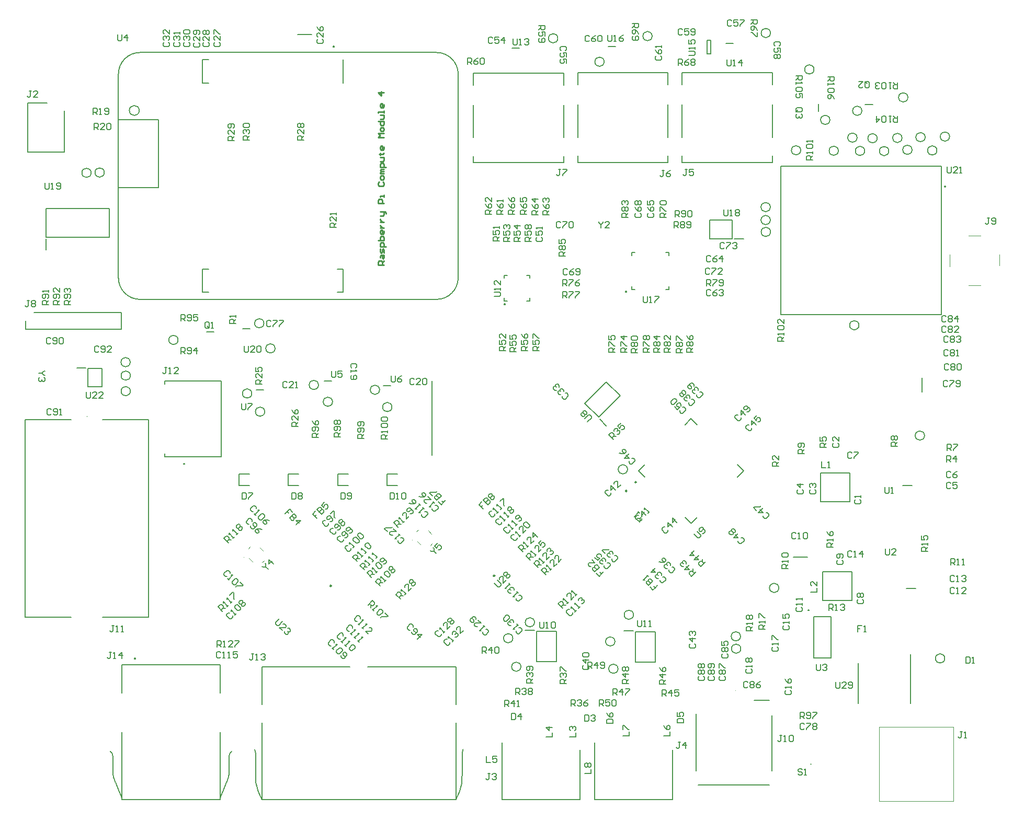
<source format=gto>
G04*
G04 #@! TF.GenerationSoftware,Altium Limited,Altium Designer,25.5.2 (35)*
G04*
G04 Layer_Color=65535*
%FSLAX44Y44*%
%MOMM*%
G71*
G04*
G04 #@! TF.SameCoordinates,7FE83EBB-F424-4E48-BF24-F714E467DA33*
G04*
G04*
G04 #@! TF.FilePolarity,Positive*
G04*
G01*
G75*
%ADD10C,0.2500*%
%ADD11C,0.0382*%
%ADD12C,0.1270*%
%ADD13C,0.2000*%
%ADD14C,0.3000*%
%ADD15C,0.1000*%
%ADD16C,0.2540*%
%ADD17C,0.2032*%
D10*
X512990Y328485D02*
G03*
X512990Y328485I-1250J0D01*
G01*
X777647Y344828D02*
G03*
X777647Y344828I-1250J0D01*
G01*
D11*
X371344Y374770D02*
G03*
X371612Y375039I134J134D01*
G01*
D02*
G03*
X371344Y374770I-134J-134D01*
G01*
X644019Y402632D02*
G03*
X643751Y402363I-134J-134D01*
G01*
D02*
G03*
X644019Y402632I134J134D01*
G01*
D12*
X187250Y690750D02*
G03*
X187250Y690750I-7500J0D01*
G01*
X187500Y669000D02*
G03*
X187500Y669000I-7500J0D01*
G01*
Y643750D02*
G03*
X187500Y643750I-7500J0D01*
G01*
X1453000Y1034750D02*
G03*
X1453000Y1034750I-7500J0D01*
G01*
X1223750Y1224000D02*
G03*
X1223750Y1224000I-7500J0D01*
G01*
X806750Y243500D02*
G03*
X806750Y243500I-7500J0D01*
G01*
X514773Y626558D02*
G03*
X514773Y626558I-7500J0D01*
G01*
X492024Y653808D02*
G03*
X492024Y653808I-7500J0D01*
G01*
X1473157Y571815D02*
G03*
X1473157Y571815I-7500J0D01*
G01*
X1506000Y210750D02*
G03*
X1506000Y210750I-7500J0D01*
G01*
X1237250Y325000D02*
G03*
X1237250Y325000I-7500J0D01*
G01*
X1175750Y226500D02*
G03*
X1175750Y226500I-7500J0D01*
G01*
X1175250Y246500D02*
G03*
X1175250Y246500I-7500J0D01*
G01*
X879500Y1215500D02*
G03*
X879500Y1215500I-7500J0D01*
G01*
X1032250Y1219000D02*
G03*
X1032250Y1219000I-7500J0D01*
G01*
X954500Y1177500D02*
G03*
X954500Y1177500I-7500J0D01*
G01*
X841750Y269250D02*
G03*
X841750Y269250I-7500J0D01*
G01*
X992343Y517157D02*
G03*
X992343Y517157I-7500J0D01*
G01*
X819750Y197250D02*
G03*
X819750Y197250I-7500J0D01*
G01*
X1002000Y281500D02*
G03*
X1002000Y281500I-7500J0D01*
G01*
X977000Y194000D02*
G03*
X977000Y194000I-7500J0D01*
G01*
X972000Y238250D02*
G03*
X972000Y238250I-7500J0D01*
G01*
X384000Y640000D02*
G03*
X384000Y640000I-7500J0D01*
G01*
X405000Y610500D02*
G03*
X405000Y610500I-7500J0D01*
G01*
X1364000Y1054500D02*
G03*
X1364000Y1054500I-7500J0D01*
G01*
X1376250Y1033000D02*
G03*
X1376250Y1033000I-7500J0D01*
G01*
X1396500Y1053500D02*
G03*
X1396500Y1053500I-7500J0D01*
G01*
X1415250Y1032750D02*
G03*
X1415250Y1032750I-7500J0D01*
G01*
X1367000Y750500D02*
G03*
X1367000Y750500I-7500J0D01*
G01*
X1493250Y1033750D02*
G03*
X1493250Y1033750I-7500J0D01*
G01*
X1223750Y901750D02*
G03*
X1223750Y901750I-7500J0D01*
G01*
X1513750Y1056250D02*
G03*
X1513750Y1056250I-7500J0D01*
G01*
X1223500Y921000D02*
G03*
X1223500Y921000I-7500J0D01*
G01*
Y942000D02*
G03*
X1223500Y942000I-7500J0D01*
G01*
X1272750Y1034000D02*
G03*
X1272750Y1034000I-7500J0D01*
G01*
X1333750Y1033250D02*
G03*
X1333750Y1033250I-7500J0D01*
G01*
X1436750Y1054000D02*
G03*
X1436750Y1054000I-7500J0D01*
G01*
X1474250Y1055250D02*
G03*
X1474250Y1055250I-7500J0D01*
G01*
X1446250Y1119750D02*
G03*
X1446250Y1119750I-7500J0D01*
G01*
X1371750Y1098000D02*
G03*
X1371750Y1098000I-7500J0D01*
G01*
X1294250Y1165000D02*
G03*
X1294250Y1165000I-7500J0D01*
G01*
X1320000Y1083250D02*
G03*
X1320000Y1083250I-7500J0D01*
G01*
X201863Y1098459D02*
G03*
X201863Y1098459I-8000J0D01*
G01*
X203193Y1192459D02*
G03*
X168193Y1157459I0J-35000D01*
G01*
Y827459D02*
G03*
X203193Y792459I35000J0D01*
G01*
X683193D02*
G03*
X718193Y827459I0J35000D01*
G01*
Y1157459D02*
G03*
X683193Y1192459I-35000J0D01*
G01*
X145250Y998000D02*
G03*
X145250Y998000I-7500J0D01*
G01*
X124000Y997500D02*
G03*
X124000Y997500I-7500J0D01*
G01*
X403747Y753748D02*
G03*
X403747Y753748I-7500J0D01*
G01*
X421747Y712998D02*
G03*
X421747Y712998I-7500J0D01*
G01*
X264750Y726750D02*
G03*
X264750Y726750I-7500J0D01*
G01*
X611000Y618000D02*
G03*
X611000Y618000I-7500J0D01*
G01*
X591000Y646000D02*
G03*
X591000Y646000I-7500J0D01*
G01*
X829000Y790185D02*
X833980D01*
X792457Y790189D02*
X797438D01*
X792453Y826702D02*
Y831683D01*
X828973Y831705D02*
X833954D01*
X833980Y790185D02*
Y795165D01*
X833954Y826725D02*
Y831705D01*
X792453Y831683D02*
X797434D01*
X792457Y790189D02*
Y795170D01*
X912000Y1055000D02*
Y1108000D01*
Y1014500D02*
Y1025000D01*
Y1014500D02*
X1058000D01*
Y1025000D01*
Y1055000D02*
Y1108000D01*
Y1140000D02*
Y1159500D01*
X912000D02*
X1058000D01*
X912000Y1140000D02*
Y1159500D01*
X1080950Y1140000D02*
Y1159500D01*
X1226950D01*
Y1140000D02*
Y1159500D01*
Y1055000D02*
Y1108000D01*
Y1014500D02*
Y1025000D01*
X1080950Y1014500D02*
X1226950D01*
X1080950D02*
Y1025000D01*
Y1055000D02*
Y1108000D01*
X999202Y808493D02*
X1004183D01*
X999202D02*
Y813475D01*
X999257Y863851D02*
Y868831D01*
X1004237D01*
X1054283Y868861D02*
X1059264D01*
Y863880D02*
Y868861D01*
X1059250Y808565D02*
Y813546D01*
X1054269Y808565D02*
X1059250D01*
X1121380Y1190673D02*
Y1212089D01*
Y1190673D02*
X1127212D01*
Y1212089D01*
X1121380D02*
X1127212D01*
X742950Y1139500D02*
Y1159000D01*
X888950D01*
Y1139500D02*
Y1159000D01*
Y1054500D02*
Y1107500D01*
Y1014000D02*
Y1024500D01*
X742950Y1014000D02*
X888950D01*
X742950D02*
Y1024500D01*
Y1054500D02*
Y1107500D01*
X1010490Y514511D02*
X1020387Y524409D01*
X1010490Y514511D02*
X1020390Y504612D01*
X1085439Y439563D02*
X1095335Y429666D01*
X1095378Y429708D02*
X1105278Y439608D01*
X1170299Y504614D02*
X1180196Y514511D01*
X1170296Y524411D02*
X1180196Y514511D01*
X1095343Y599364D02*
X1105240Y589467D01*
X1085444Y589465D02*
X1095343Y599364D01*
X603222Y490651D02*
X619956D01*
X603222D02*
Y509165D01*
X619956D01*
X523222Y490651D02*
X539956D01*
X523222D02*
Y509165D01*
X539956D01*
X443222Y490651D02*
X459956D01*
X443222D02*
Y509165D01*
X459956D01*
X363222Y490651D02*
X379956D01*
X363222D02*
Y509165D01*
X379956D01*
X1308633Y351463D02*
X1355660D01*
X1308633Y304509D02*
Y351463D01*
Y304509D02*
X1355660D01*
Y351463D01*
X243000Y537669D02*
Y542250D01*
Y655250D02*
Y659868D01*
X335000D01*
Y537669D02*
Y659868D01*
X243000Y537669D02*
X335000D01*
X675955Y539921D02*
Y659921D01*
X1305156Y464605D02*
X1352110D01*
X1305156D02*
Y511632D01*
X1352110D01*
Y464605D02*
Y511632D01*
X168193Y973459D02*
X233193D01*
Y1083459D01*
X168193D02*
X233193D01*
X304193Y1143159D02*
X314193D01*
X304193Y1180959D02*
X314193D01*
X304193Y803959D02*
X314193D01*
X304193Y841759D02*
X314193D01*
X522193D02*
X532193D01*
X522193Y803959D02*
X532193D01*
Y841759D01*
X304193Y803959D02*
Y841759D01*
Y1143159D02*
Y1180959D01*
X532193Y1143159D02*
Y1180959D01*
X718193Y827459D02*
Y1157458D01*
X203193Y792458D02*
X683193D01*
X168193Y827459D02*
Y1157458D01*
X203193Y1192459D02*
X683193D01*
D13*
X1507914Y975250D02*
G03*
X1507914Y975250I-1414J0D01*
G01*
X159031Y53222D02*
G03*
X155016Y60141I-7969J0D01*
G01*
X159619Y22227D02*
G03*
X160619Y17288I12697J0D01*
G01*
D02*
G03*
X163199Y10178I24697J4939D01*
G01*
X169863Y-5410D02*
G03*
X173915Y-15773I63453J18838D01*
G01*
X351615Y60141D02*
G03*
X347600Y53222I3954J-6920D01*
G01*
X346012Y17288D02*
G03*
X347012Y22227I-11697J4939D01*
G01*
X343432Y10178D02*
G03*
X346012Y17288I-22116J12050D01*
G01*
X332716Y-15773D02*
G03*
X336768Y-5410I-59401J29201D01*
G01*
X390142Y37604D02*
G03*
X390852Y8885I246642J-8275D01*
G01*
D02*
G03*
X400540Y-17972I84188J15193D01*
G01*
X390408Y42309D02*
G03*
X390142Y37604I36151J-4403D01*
G01*
X390481Y56427D02*
G03*
X388920Y63116I-12668J569D01*
G01*
X724229Y8885D02*
G03*
X724938Y37604I-245933J20444D01*
G01*
X714540Y-17972D02*
G03*
X724229Y8885I-74500J42050D01*
G01*
X724938Y37604D02*
G03*
X724672Y42309I-36417J303D01*
G01*
X726161Y63116D02*
G03*
X724599Y56427I11106J-6120D01*
G01*
X1288878Y39319D02*
G03*
X1289878Y39319I500J0D01*
G01*
D02*
G03*
X1288878Y39319I-500J0D01*
G01*
D02*
G03*
X1289878Y39319I500J0D01*
G01*
X101000Y681500D02*
X115000D01*
X118500Y651000D02*
Y681000D01*
Y651000D02*
X141500D01*
Y681000D01*
X118500D02*
X141500D01*
X1500250Y768000D02*
Y1008000D01*
X1240250Y768000D02*
X1500250D01*
X1240250D02*
Y1008000D01*
X1500250D01*
X1468750Y642500D02*
Y665500D01*
X1301432Y1097249D02*
Y1109249D01*
X1377250Y1108500D02*
X1389250D01*
X369500Y744750D02*
X381500D01*
X310500Y739500D02*
X322500D01*
X1125000Y890750D02*
X1162000D01*
X1125000D02*
Y920750D01*
X1162000D01*
Y890750D02*
Y920750D01*
X1165500Y890250D02*
X1180250D01*
X1151750Y1207500D02*
X1163750D01*
X805000Y1199250D02*
X817000D01*
X986500Y255300D02*
X1001500D01*
X1005000Y205000D02*
Y254000D01*
Y205000D02*
X1037000D01*
Y254000D01*
X1005000D02*
X1037000D01*
X826750Y256050D02*
X841750D01*
X845250Y205750D02*
Y254750D01*
Y205750D02*
X877250D01*
Y254750D01*
X845250D02*
X877250D01*
X947388Y598125D02*
X957995Y587518D01*
X945833Y601519D02*
X980481Y636167D01*
X957853Y658795D02*
X980481Y636167D01*
X923205Y624146D02*
X957853Y658795D01*
X923205Y624146D02*
X945833Y601519D01*
X21500Y1110600D02*
X52500D01*
X21500Y1031400D02*
Y1110600D01*
Y1031400D02*
X81000D01*
Y1097900D01*
X458250Y1221250D02*
X481250D01*
X391250Y645500D02*
X403250D01*
X597250Y652250D02*
X609250D01*
X501500Y660000D02*
X513500D01*
X1293750Y211500D02*
X1321750D01*
X1293750Y278500D02*
X1321750D01*
Y211500D02*
Y278500D01*
X1293750Y211500D02*
Y278500D01*
X1437527Y491165D02*
X1452777D01*
X17250Y597250D02*
X91850D01*
X17250Y277250D02*
Y597250D01*
Y277250D02*
X91850D01*
X142650D02*
X217250D01*
Y597250D01*
X142650D02*
X217250D01*
X159032Y53222D02*
X159619Y22227D01*
X163199Y10178D02*
X169863Y-5409D01*
X347012Y22227D02*
X347600Y53222D01*
X336768Y-5409D02*
X343432Y10178D01*
X173916Y200427D02*
X332715D01*
X173916Y-17973D02*
X332715D01*
X173916D02*
Y91228D01*
Y154427D02*
Y200427D01*
X332715Y154427D02*
Y200427D01*
Y-17973D02*
Y91228D01*
X572040Y197027D02*
X714539D01*
X400540D02*
X543040D01*
X714541Y-17972D02*
Y106527D01*
Y136528D02*
Y197028D01*
X400540Y136528D02*
Y197027D01*
Y-17973D02*
Y106527D01*
X390408Y42309D02*
X390481Y56427D01*
X724599D02*
X724672Y42309D01*
X400540Y-17973D02*
X714540D01*
X915227Y-17858D02*
Y62143D01*
X789026Y-17858D02*
X915227D01*
X789026D02*
Y74142D01*
X1065087Y-17858D02*
Y62143D01*
X938886Y-17858D02*
X1065087D01*
X938886D02*
Y74142D01*
X1103096Y28660D02*
Y120660D01*
X1107047Y6160D02*
X1222047D01*
X1225997Y28660D02*
Y118660D01*
X1197046Y143360D02*
X1222047D01*
X1260500Y374750D02*
X1283500D01*
X1443620Y324400D02*
X1458870D01*
X1365750Y138250D02*
Y203250D01*
X1450750Y138250D02*
Y217800D01*
X961000Y1202000D02*
X973000D01*
X17600Y744050D02*
Y757500D01*
Y744050D02*
X173000D01*
Y770950D01*
X31800D02*
X173000D01*
X51250Y893500D02*
Y939500D01*
X153250D01*
Y893500D02*
Y939500D01*
X51250Y893500D02*
X153250D01*
X51250Y872500D02*
Y890500D01*
X794250Y784250D02*
X792980D01*
Y785520D01*
X794250D01*
Y784250D01*
X990500Y804250D02*
X989230D01*
Y805520D01*
X990500D01*
Y804250D01*
X1005593Y495485D02*
X1004695Y496383D01*
X1005593Y497281D01*
X1006491Y496383D01*
X1005593Y495485D01*
X1285000Y288250D02*
Y289520D01*
X1286270D01*
Y288250D01*
X1285000D01*
X194315Y210227D02*
Y211497D01*
X195585D01*
Y210227D01*
X194315D01*
X275000Y525250D02*
X273730D01*
Y526520D01*
X275000D01*
Y525250D01*
X517193Y1201459D02*
X515923D01*
Y1202728D01*
X517193D01*
Y1201459D01*
D14*
X989830Y481749D02*
G03*
X990537Y482456I353J353D01*
G01*
D02*
G03*
X989830Y481749I-353J-353D01*
G01*
D15*
X117250Y602250D02*
G03*
X117250Y603250I0J500D01*
G01*
D02*
G03*
X117250Y602250I0J-500D01*
G01*
X1167047Y159660D02*
G03*
X1167047Y158660I0J-500D01*
G01*
D02*
G03*
X1167047Y159660I0J500D01*
G01*
X379426Y372896D02*
X385083Y367240D01*
X397104Y390574D02*
X402760Y384917D01*
X378365Y388806D02*
X381194Y391635D01*
X400993Y366179D02*
X403821Y369007D01*
X673399Y393772D02*
X676228Y396600D01*
X650772Y416399D02*
X653601Y419228D01*
X669510Y418167D02*
X675167Y412511D01*
X651833Y400490D02*
X657489Y394833D01*
X1544306Y895270D02*
X1564306D01*
X1544306Y815270D02*
X1564306D01*
X1514306Y845270D02*
Y865270D01*
X1594306Y847270D02*
Y865270D01*
X1399557Y99556D02*
X1519558D01*
Y-20444D02*
Y99556D01*
X1399557Y-20444D02*
X1519558D01*
X1399557D02*
Y99556D01*
D16*
X598321Y847999D02*
X588324D01*
Y852997D01*
X589990Y854663D01*
X593322D01*
X594988Y852997D01*
Y847999D01*
Y851331D02*
X598321Y854663D01*
X591656Y859662D02*
Y862994D01*
X593322Y864660D01*
X598321D01*
Y859662D01*
X596655Y857995D01*
X594988Y859662D01*
Y864660D01*
X598321Y867992D02*
Y872991D01*
X596655Y874657D01*
X594988Y872991D01*
Y869658D01*
X593322Y867992D01*
X591656Y869658D01*
Y874657D01*
X601653Y877989D02*
X591656D01*
Y882987D01*
X593322Y884653D01*
X596655D01*
X598321Y882987D01*
Y877989D01*
X588324Y887986D02*
X598321D01*
Y892984D01*
X596655Y894650D01*
X594988D01*
X593322D01*
X591656Y892984D01*
Y887986D01*
X598321Y902981D02*
Y899649D01*
X596655Y897982D01*
X593322D01*
X591656Y899649D01*
Y902981D01*
X593322Y904647D01*
X594988D01*
Y897982D01*
X591656Y907979D02*
X598321D01*
X594988D01*
X593322Y909645D01*
X591656Y911312D01*
Y912978D01*
Y917976D02*
X598321D01*
X594988D01*
X593322Y919642D01*
X591656Y921308D01*
Y922974D01*
Y927973D02*
X596655D01*
X598321Y929639D01*
Y934637D01*
X599987D01*
X601653Y932971D01*
Y931305D01*
X598321Y934637D02*
X591656D01*
X598321Y947966D02*
X588324D01*
Y952965D01*
X589990Y954631D01*
X593322D01*
X594988Y952965D01*
Y947966D01*
X598321Y957963D02*
Y961295D01*
Y959629D01*
X591656D01*
Y957963D01*
X589990Y982955D02*
X588324Y981289D01*
Y977957D01*
X589990Y976291D01*
X596655D01*
X598321Y977957D01*
Y981289D01*
X596655Y982955D01*
X598321Y987953D02*
Y991286D01*
X596655Y992952D01*
X593322D01*
X591656Y991286D01*
Y987953D01*
X593322Y986287D01*
X596655D01*
X598321Y987953D01*
Y996284D02*
X591656D01*
Y997950D01*
X593322Y999616D01*
X598321D01*
X593322D01*
X591656Y1001283D01*
X593322Y1002949D01*
X598321D01*
X601653Y1006281D02*
X591656D01*
Y1011279D01*
X593322Y1012945D01*
X596655D01*
X598321Y1011279D01*
Y1006281D01*
X591656Y1016278D02*
X596655D01*
X598321Y1017944D01*
Y1022942D01*
X591656D01*
X589990Y1027941D02*
X591656D01*
Y1026274D01*
Y1029607D01*
Y1027941D01*
X596655D01*
X598321Y1029607D01*
Y1039604D02*
Y1036271D01*
X596655Y1034605D01*
X593322D01*
X591656Y1036271D01*
Y1039604D01*
X593322Y1041270D01*
X594988D01*
Y1034605D01*
X598321Y1054599D02*
X588324D01*
X591656Y1057931D01*
X588324Y1061263D01*
X598321D01*
Y1066262D02*
Y1069594D01*
X596655Y1071260D01*
X593322D01*
X591656Y1069594D01*
Y1066262D01*
X593322Y1064595D01*
X596655D01*
X598321Y1066262D01*
X588324Y1081257D02*
X598321D01*
Y1076258D01*
X596655Y1074592D01*
X593322D01*
X591656Y1076258D01*
Y1081257D01*
Y1084589D02*
X596655D01*
X598321Y1086255D01*
Y1091254D01*
X591656D01*
X598321Y1094586D02*
Y1097918D01*
Y1096252D01*
X588324D01*
Y1094586D01*
X598321Y1107915D02*
Y1104583D01*
X596655Y1102916D01*
X593322D01*
X591656Y1104583D01*
Y1107915D01*
X593322Y1109581D01*
X594988D01*
Y1102916D01*
X598321Y1127908D02*
X588324D01*
X593322Y1122910D01*
Y1129575D01*
D17*
X157075Y221078D02*
X153690D01*
X155382D01*
Y212614D01*
X153690Y210922D01*
X151997D01*
X150304Y212614D01*
X160461Y210922D02*
X163846D01*
X162154D01*
Y221078D01*
X160461Y219386D01*
X174003Y210922D02*
Y221078D01*
X168925Y216000D01*
X175696D01*
X1534500Y92078D02*
X1531114D01*
X1532807D01*
Y83614D01*
X1531114Y81922D01*
X1529422D01*
X1527729Y83614D01*
X1537886Y81922D02*
X1541271D01*
X1539578D01*
Y92078D01*
X1537886Y90386D01*
X371705Y716576D02*
Y708112D01*
X373397Y706419D01*
X376783D01*
X378476Y708112D01*
Y716576D01*
X388633Y706419D02*
X381861D01*
X388633Y713190D01*
Y714883D01*
X386940Y716576D01*
X383554D01*
X381861Y714883D01*
X392018D02*
X393711Y716576D01*
X397096D01*
X398789Y714883D01*
Y708112D01*
X397096Y706419D01*
X393711D01*
X392018Y708112D01*
Y714883D01*
X367286Y623578D02*
Y615114D01*
X368979Y613422D01*
X372364D01*
X374057Y615114D01*
Y623578D01*
X377443D02*
X384214D01*
Y621886D01*
X377443Y615114D01*
Y613422D01*
X609536Y668578D02*
Y660114D01*
X611229Y658422D01*
X614614D01*
X616307Y660114D01*
Y668578D01*
X626464D02*
X623078Y666886D01*
X619693Y663500D01*
Y660114D01*
X621385Y658422D01*
X624771D01*
X626464Y660114D01*
Y661807D01*
X624771Y663500D01*
X619693D01*
X513310Y676386D02*
Y667922D01*
X515002Y666229D01*
X518388D01*
X520081Y667922D01*
Y676386D01*
X530237D02*
X523466D01*
Y671308D01*
X526852Y673000D01*
X528545D01*
X530237Y671308D01*
Y667922D01*
X528545Y666229D01*
X525159D01*
X523466Y667922D01*
X246758Y682207D02*
X243372D01*
X245065D01*
Y673743D01*
X243372Y672050D01*
X241679D01*
X239986Y673743D01*
X250143Y672050D02*
X253529D01*
X251836D01*
Y682207D01*
X250143Y680514D01*
X265378Y672050D02*
X258607D01*
X265378Y678821D01*
Y680514D01*
X263685Y682207D01*
X260300D01*
X258607Y680514D01*
X603828Y565976D02*
X593672D01*
Y571054D01*
X595364Y572747D01*
X598750D01*
X600443Y571054D01*
Y565976D01*
Y569361D02*
X603828Y572747D01*
Y576133D02*
Y579518D01*
Y577825D01*
X593672D01*
X595364Y576133D01*
Y584596D02*
X593672Y586289D01*
Y589675D01*
X595364Y591367D01*
X602136D01*
X603828Y589675D01*
Y586289D01*
X602136Y584596D01*
X595364D01*
Y594753D02*
X593672Y596446D01*
Y599832D01*
X595364Y601524D01*
X602136D01*
X603828Y599832D01*
Y596446D01*
X602136Y594753D01*
X595364D01*
X565828Y567458D02*
X555672D01*
Y572536D01*
X557364Y574229D01*
X560750D01*
X562443Y572536D01*
Y567458D01*
Y570843D02*
X565828Y574229D01*
X564136Y577615D02*
X565828Y579307D01*
Y582693D01*
X564136Y584386D01*
X557364D01*
X555672Y582693D01*
Y579307D01*
X557364Y577615D01*
X559057D01*
X560750Y579307D01*
Y584386D01*
X564136Y587771D02*
X565828Y589464D01*
Y592850D01*
X564136Y594542D01*
X557364D01*
X555672Y592850D01*
Y589464D01*
X557364Y587771D01*
X559057D01*
X560750Y589464D01*
Y594542D01*
X527578Y569708D02*
X517422D01*
Y574786D01*
X519114Y576479D01*
X522500D01*
X524193Y574786D01*
Y569708D01*
Y573093D02*
X527578Y576479D01*
X525886Y579864D02*
X527578Y581557D01*
Y584943D01*
X525886Y586636D01*
X519114D01*
X517422Y584943D01*
Y581557D01*
X519114Y579864D01*
X520807D01*
X522500Y581557D01*
Y586636D01*
X519114Y590021D02*
X517422Y591714D01*
Y595099D01*
X519114Y596792D01*
X520807D01*
X522500Y595099D01*
X524193Y596792D01*
X525886D01*
X527578Y595099D01*
Y591714D01*
X525886Y590021D01*
X524193D01*
X522500Y591714D01*
X520807Y590021D01*
X519114D01*
X522500Y591714D02*
Y595099D01*
X1271958Y112922D02*
Y123078D01*
X1277036D01*
X1278729Y121386D01*
Y118000D01*
X1277036Y116307D01*
X1271958D01*
X1275343D02*
X1278729Y112922D01*
X1282114Y114614D02*
X1283807Y112922D01*
X1287193D01*
X1288886Y114614D01*
Y121386D01*
X1287193Y123078D01*
X1283807D01*
X1282114Y121386D01*
Y119693D01*
X1283807Y118000D01*
X1288886D01*
X1292271Y123078D02*
X1299042D01*
Y121386D01*
X1292271Y114614D01*
Y112922D01*
X492078Y568958D02*
X481922D01*
Y574036D01*
X483614Y575729D01*
X487000D01*
X488693Y574036D01*
Y568958D01*
Y572343D02*
X492078Y575729D01*
X490386Y579114D02*
X492078Y580807D01*
Y584193D01*
X490386Y585886D01*
X483614D01*
X481922Y584193D01*
Y580807D01*
X483614Y579114D01*
X485307D01*
X487000Y580807D01*
Y585886D01*
X481922Y596042D02*
X483614Y592657D01*
X487000Y589271D01*
X490386D01*
X492078Y590964D01*
Y594350D01*
X490386Y596042D01*
X488693D01*
X487000Y594350D01*
Y589271D01*
X608476Y479013D02*
Y468856D01*
X613555D01*
X615248Y470549D01*
Y477320D01*
X613555Y479013D01*
X608476D01*
X618633Y468856D02*
X622019D01*
X620326D01*
Y479013D01*
X618633Y477320D01*
X627097D02*
X628790Y479013D01*
X632175D01*
X633868Y477320D01*
Y470549D01*
X632175Y468856D01*
X628790D01*
X627097Y470549D01*
Y477320D01*
X528721Y479013D02*
Y468856D01*
X533799D01*
X535492Y470549D01*
Y477320D01*
X533799Y479013D01*
X528721D01*
X538877Y470549D02*
X540570Y468856D01*
X543956D01*
X545648Y470549D01*
Y477320D01*
X543956Y479013D01*
X540570D01*
X538877Y477320D01*
Y475627D01*
X540570Y473935D01*
X545648D01*
X448711Y479013D02*
Y468856D01*
X453789D01*
X455482Y470549D01*
Y477320D01*
X453789Y479013D01*
X448711D01*
X458867Y477320D02*
X460560Y479013D01*
X463946D01*
X465638Y477320D01*
Y475627D01*
X463946Y473935D01*
X465638Y472242D01*
Y470549D01*
X463946Y468856D01*
X460560D01*
X458867Y470549D01*
Y472242D01*
X460560Y473935D01*
X458867Y475627D01*
Y477320D01*
X460560Y473935D02*
X463946D01*
X368700Y479013D02*
Y468856D01*
X373779D01*
X375472Y470549D01*
Y477320D01*
X373779Y479013D01*
X368700D01*
X378857D02*
X385628D01*
Y477320D01*
X378857Y470549D01*
Y468856D01*
X1278979Y103636D02*
X1277286Y105328D01*
X1273901D01*
X1272208Y103636D01*
Y96864D01*
X1273901Y95172D01*
X1277286D01*
X1278979Y96864D01*
X1282364Y105328D02*
X1289136D01*
Y103636D01*
X1282364Y96864D01*
Y95172D01*
X1292521Y103636D02*
X1294214Y105328D01*
X1297599D01*
X1299292Y103636D01*
Y101943D01*
X1297599Y100250D01*
X1299292Y98557D01*
Y96864D01*
X1297599Y95172D01*
X1294214D01*
X1292521Y96864D01*
Y98557D01*
X1294214Y100250D01*
X1292521Y101943D01*
Y103636D01*
X1294214Y100250D02*
X1297599D01*
X776583Y332765D02*
X782568Y326780D01*
X784962D01*
X787356Y329174D01*
Y331568D01*
X781371Y337553D01*
X795735D02*
X790947Y332765D01*
Y342341D01*
X789750Y343538D01*
X787356D01*
X784962Y341144D01*
Y338750D01*
X792144Y345932D02*
Y348326D01*
X794538Y350720D01*
X796932D01*
X798129Y349523D01*
Y347129D01*
X800523D01*
X801720Y345932D01*
Y343538D01*
X799326Y341144D01*
X796932D01*
X795735Y342341D01*
Y344735D01*
X793341D01*
X792144Y345932D01*
X795735Y344735D02*
X798129Y347129D01*
X428765Y275167D02*
X422780Y269182D01*
Y266788D01*
X425174Y264394D01*
X427568D01*
X433553Y270379D01*
Y256015D02*
X428765Y260803D01*
X438341D01*
X439538Y262000D01*
Y264394D01*
X437144Y266788D01*
X434750D01*
X441932Y259606D02*
X444326D01*
X446720Y257212D01*
Y254818D01*
X445523Y253621D01*
X443129D01*
X441932Y254818D01*
X443129Y253621D01*
Y251227D01*
X441932Y250030D01*
X439538D01*
X437144Y252424D01*
Y254818D01*
X672924Y385606D02*
X674121Y384409D01*
X678909D01*
X678909Y389197D01*
X677712Y390394D01*
X678909Y384409D02*
X682500Y380818D01*
X684894Y397576D02*
X680106Y392788D01*
X683697Y389197D01*
X684894Y392788D01*
X686091Y393985D01*
X688485D01*
X690879Y391591D01*
Y389197D01*
X688485Y386803D01*
X686091D01*
X401017Y360013D02*
X402214Y358816D01*
X407002D01*
X407002Y363604D01*
X405805Y364801D01*
X407002Y358816D02*
X410593Y355225D01*
X418972Y363604D02*
X411790Y370786D01*
X411790Y363604D01*
X416578Y368392D01*
X49078Y676464D02*
X47386D01*
X44000Y673078D01*
X47386Y669693D01*
X49078D01*
X44000Y673078D02*
X38922D01*
X47386Y666307D02*
X49078Y664614D01*
Y661229D01*
X47386Y659536D01*
X45693D01*
X44000Y661229D01*
Y662922D01*
Y661229D01*
X42307Y659536D01*
X40614D01*
X38922Y661229D01*
Y664614D01*
X40614Y666307D01*
X946285Y918829D02*
Y917136D01*
X949671Y913750D01*
X953056Y917136D01*
Y918829D01*
X949671Y913750D02*
Y908672D01*
X963213D02*
X956442D01*
X963213Y915443D01*
Y917136D01*
X961520Y918829D01*
X958135D01*
X956442Y917136D01*
X1011641Y431842D02*
X1012838Y433039D01*
Y437827D01*
X1008050Y437826D01*
X1006853Y436630D01*
X1012838Y437827D02*
X1016429Y441418D01*
X1011641Y446205D02*
X1009247Y448599D01*
X1010444Y447402D01*
X1003262Y440220D01*
X1005656D01*
X116458Y642828D02*
Y634364D01*
X118151Y632672D01*
X121536D01*
X123229Y634364D01*
Y642828D01*
X133386Y632672D02*
X126615D01*
X133386Y639443D01*
Y641136D01*
X131693Y642828D01*
X128307D01*
X126615Y641136D01*
X143542Y632672D02*
X136771D01*
X143542Y639443D01*
Y641136D01*
X141849Y642828D01*
X138464D01*
X136771Y641136D01*
X1509651Y1007328D02*
Y998864D01*
X1511343Y997172D01*
X1514729D01*
X1516422Y998864D01*
Y1007328D01*
X1526578Y997172D02*
X1519807D01*
X1526578Y1003943D01*
Y1005636D01*
X1524886Y1007328D01*
X1521500D01*
X1519807Y1005636D01*
X1529964Y997172D02*
X1533349D01*
X1531657D01*
Y1007328D01*
X1529964Y1005636D01*
X1148304Y937828D02*
Y929364D01*
X1149997Y927672D01*
X1153382D01*
X1155075Y929364D01*
Y937828D01*
X1158461Y927672D02*
X1161846D01*
X1160154D01*
Y937828D01*
X1158461Y936136D01*
X1166925D02*
X1168617Y937828D01*
X1172003D01*
X1173696Y936136D01*
Y934443D01*
X1172003Y932750D01*
X1173696Y931057D01*
Y929364D01*
X1172003Y927672D01*
X1168617D01*
X1166925Y929364D01*
Y931057D01*
X1168617Y932750D01*
X1166925Y934443D01*
Y936136D01*
X1168617Y932750D02*
X1172003D01*
X1018054Y797078D02*
Y788614D01*
X1019747Y786922D01*
X1023132D01*
X1024825Y788614D01*
Y797078D01*
X1028211Y786922D02*
X1031596D01*
X1029904D01*
Y797078D01*
X1028211Y795386D01*
X1036675Y797078D02*
X1043446D01*
Y795386D01*
X1036675Y788614D01*
Y786922D01*
X960331Y1220687D02*
Y1212223D01*
X962023Y1210530D01*
X965409D01*
X967102Y1212223D01*
Y1220687D01*
X970487Y1210530D02*
X973873D01*
X972180D01*
Y1220687D01*
X970487Y1218994D01*
X985722Y1220687D02*
X982337Y1218994D01*
X978951Y1215609D01*
Y1212223D01*
X980644Y1210530D01*
X984029D01*
X985722Y1212223D01*
Y1213916D01*
X984029Y1215609D01*
X978951D01*
X1091672Y1187804D02*
X1100136D01*
X1101828Y1189497D01*
Y1192883D01*
X1100136Y1194575D01*
X1091672D01*
X1101828Y1197961D02*
Y1201346D01*
Y1199654D01*
X1091672D01*
X1093364Y1197961D01*
X1091672Y1213196D02*
Y1206425D01*
X1096750D01*
X1095057Y1209810D01*
Y1211503D01*
X1096750Y1213196D01*
X1100136D01*
X1101828Y1211503D01*
Y1208118D01*
X1100136Y1206425D01*
X1153554Y1181328D02*
Y1172864D01*
X1155247Y1171172D01*
X1158633D01*
X1160325Y1172864D01*
Y1181328D01*
X1163711Y1171172D02*
X1167096D01*
X1165404D01*
Y1181328D01*
X1163711Y1179636D01*
X1177253Y1171172D02*
Y1181328D01*
X1172175Y1176250D01*
X1178946D01*
X807304Y1215078D02*
Y1206614D01*
X808997Y1204922D01*
X812382D01*
X814075Y1206614D01*
Y1215078D01*
X817461Y1204922D02*
X820846D01*
X819154D01*
Y1215078D01*
X817461Y1213386D01*
X825925D02*
X827617Y1215078D01*
X831003D01*
X832696Y1213386D01*
Y1211693D01*
X831003Y1210000D01*
X829310D01*
X831003D01*
X832696Y1208307D01*
Y1206614D01*
X831003Y1204922D01*
X827617D01*
X825925Y1206614D01*
X776172Y797304D02*
X784636D01*
X786328Y798997D01*
Y802382D01*
X784636Y804075D01*
X776172D01*
X786328Y807461D02*
Y810846D01*
Y809154D01*
X776172D01*
X777864Y807461D01*
X786328Y822696D02*
Y815925D01*
X779557Y822696D01*
X777864D01*
X776172Y821003D01*
Y817617D01*
X777864Y815925D01*
X1008747Y272078D02*
Y263614D01*
X1010440Y261922D01*
X1013825D01*
X1015518Y263614D01*
Y272078D01*
X1018904Y261922D02*
X1022289D01*
X1020596D01*
Y272078D01*
X1018904Y270386D01*
X1027367Y261922D02*
X1030753D01*
X1029060D01*
Y272078D01*
X1027367Y270386D01*
X850304Y269828D02*
Y261364D01*
X851997Y259672D01*
X855383D01*
X857075Y261364D01*
Y269828D01*
X860461Y259672D02*
X863846D01*
X862154D01*
Y269828D01*
X860461Y268136D01*
X868925D02*
X870618Y269828D01*
X874003D01*
X875696Y268136D01*
Y261364D01*
X874003Y259672D01*
X870618D01*
X868925Y261364D01*
Y268136D01*
X1100017Y412013D02*
X1106002Y406028D01*
X1108396D01*
X1110790Y408422D01*
Y410816D01*
X1104805Y416801D01*
X1113184Y413210D02*
X1115578D01*
X1117972Y415604D01*
Y417998D01*
X1113184Y422786D01*
X1110790D01*
X1108396Y420392D01*
Y417998D01*
X1109593Y416801D01*
X1111987D01*
X1115578Y420392D01*
X927709Y594176D02*
X933694Y600161D01*
Y602555D01*
X931300Y604949D01*
X928906D01*
X922922Y598964D01*
X921724Y602555D02*
X919331D01*
X916937Y604949D01*
Y607343D01*
X918133Y608540D01*
X920527D01*
Y610934D01*
X921724Y612131D01*
X924118D01*
X926512Y609737D01*
Y607343D01*
X925315Y606146D01*
X922922D01*
Y603752D01*
X921724Y602555D01*
X922922Y606146D02*
X920527Y608540D01*
X1409786Y388828D02*
Y380364D01*
X1411479Y378672D01*
X1414864D01*
X1416557Y380364D01*
Y388828D01*
X1426714Y378672D02*
X1419943D01*
X1426714Y385443D01*
Y387136D01*
X1425021Y388828D01*
X1421636D01*
X1419943Y387136D01*
X1409376Y488343D02*
Y479879D01*
X1411069Y478186D01*
X1414454D01*
X1416147Y479879D01*
Y488343D01*
X1419533Y478186D02*
X1422918D01*
X1421225D01*
Y488343D01*
X1419533Y486650D01*
X621023Y423341D02*
X613841Y430523D01*
X617432Y434114D01*
X619826D01*
X622220Y431720D01*
Y429326D01*
X618629Y425735D01*
X621023Y428129D02*
X625811D01*
X628204Y430523D02*
X630598Y432917D01*
X629402Y431720D01*
X622220Y438901D01*
Y436508D01*
X638977Y441296D02*
X634189Y436508D01*
Y446083D01*
X632992Y447280D01*
X630598D01*
X628204Y444886D01*
Y442492D01*
X640174Y444886D02*
X642568D01*
X644962Y447280D01*
Y449674D01*
X640174Y454462D01*
X637780D01*
X635386Y452068D01*
Y449674D01*
X636583Y448477D01*
X638977D01*
X642568Y452068D01*
X624773Y307091D02*
X617591Y314273D01*
X621182Y317864D01*
X623576D01*
X625970Y315470D01*
Y313076D01*
X622379Y309485D01*
X624773Y311879D02*
X629561D01*
X631954Y314273D02*
X634348Y316667D01*
X633152Y315470D01*
X625970Y322651D01*
Y320258D01*
X642727Y325046D02*
X637939Y320258D01*
Y329833D01*
X636742Y331030D01*
X634348D01*
X631954Y328636D01*
Y326242D01*
X639136Y333424D02*
Y335818D01*
X641530Y338212D01*
X643924D01*
X645121Y337015D01*
Y334621D01*
X647515D01*
X648712Y333424D01*
Y331030D01*
X646318Y328636D01*
X643924D01*
X642727Y329833D01*
Y332227D01*
X640333D01*
X639136Y333424D01*
X642727Y332227D02*
X645121Y334621D01*
X327726Y229672D02*
Y239828D01*
X332804D01*
X334497Y238136D01*
Y234750D01*
X332804Y233057D01*
X327726D01*
X331111D02*
X334497Y229672D01*
X337882D02*
X341268D01*
X339575D01*
Y239828D01*
X337882Y238136D01*
X353117Y229672D02*
X346346D01*
X353117Y236443D01*
Y238136D01*
X351425Y239828D01*
X348039D01*
X346346Y238136D01*
X356503Y239828D02*
X363274D01*
Y238136D01*
X356503Y231364D01*
Y229672D01*
X835023Y369841D02*
X827841Y377023D01*
X831432Y380614D01*
X833826D01*
X836220Y378220D01*
Y375826D01*
X832629Y372235D01*
X835023Y374629D02*
X839810D01*
X842205Y377023D02*
X844598Y379417D01*
X843401Y378220D01*
X836220Y385401D01*
Y383008D01*
X852977Y387795D02*
X848189Y383008D01*
Y392583D01*
X846992Y393780D01*
X844598D01*
X842205Y391386D01*
Y388993D01*
X852977Y402159D02*
X848189Y397371D01*
X851780Y393780D01*
X852977Y397371D01*
X854174Y398568D01*
X856568D01*
X858962Y396174D01*
Y393780D01*
X856568Y391386D01*
X854174D01*
X822773Y383591D02*
X815591Y390773D01*
X819182Y394364D01*
X821576D01*
X823970Y391970D01*
Y389576D01*
X820379Y385985D01*
X822773Y388379D02*
X827561D01*
X829955Y390773D02*
X832348Y393167D01*
X831152Y391970D01*
X823970Y399151D01*
Y396758D01*
X840727Y401545D02*
X835939Y396758D01*
Y406333D01*
X834742Y407530D01*
X832348D01*
X829955Y405136D01*
Y402743D01*
X846712Y407530D02*
X839530Y414712D01*
X839530Y407530D01*
X844318Y412318D01*
X848023Y357841D02*
X840841Y365023D01*
X844432Y368614D01*
X846826D01*
X849220Y366220D01*
Y363826D01*
X845629Y360235D01*
X848023Y362629D02*
X852811D01*
X855204Y365023D02*
X857598Y367417D01*
X856402Y366220D01*
X849220Y373401D01*
Y371008D01*
X865977Y375796D02*
X861189Y371008D01*
Y380583D01*
X859992Y381780D01*
X857598D01*
X855204Y379386D01*
Y376992D01*
X862386Y384174D02*
Y386568D01*
X864780Y388962D01*
X867174D01*
X868371Y387765D01*
Y385371D01*
X867174Y384174D01*
X868371Y385371D01*
X870765D01*
X871962Y384174D01*
Y381780D01*
X869568Y379386D01*
X867174D01*
X860023Y346341D02*
X852841Y353523D01*
X856432Y357114D01*
X858826D01*
X861220Y354720D01*
Y352326D01*
X857629Y348735D01*
X860023Y351129D02*
X864810D01*
X867205Y353523D02*
X869598Y355917D01*
X868401Y354720D01*
X861220Y361902D01*
Y359508D01*
X877977Y364296D02*
X873189Y359508D01*
Y369083D01*
X871992Y370280D01*
X869598D01*
X867205Y367886D01*
Y365493D01*
X885159Y371477D02*
X880371Y366689D01*
Y376265D01*
X879174Y377462D01*
X876780D01*
X874386Y375068D01*
Y372674D01*
X887470Y292288D02*
X880288Y299470D01*
X883879Y303061D01*
X886273D01*
X888667Y300667D01*
Y298273D01*
X885076Y294682D01*
X887470Y297076D02*
X892258D01*
X894651Y299470D02*
X897046Y301864D01*
X895848Y300667D01*
X888667Y307848D01*
Y305455D01*
X905424Y310242D02*
X900636Y305455D01*
Y315030D01*
X899439Y316227D01*
X897046D01*
X894651Y313833D01*
Y311439D01*
X907818Y312636D02*
X910212Y315030D01*
X909015Y313833D01*
X901833Y321015D01*
Y318621D01*
X346121Y397939D02*
X338939Y405121D01*
X342530Y408712D01*
X344924D01*
X347318Y406318D01*
Y403924D01*
X343727Y400333D01*
X346121Y402727D02*
X350909D01*
X353303Y405121D02*
X355697Y407515D01*
X354500Y406318D01*
X347318Y413500D01*
Y411106D01*
X359288D02*
X361682Y413500D01*
X360485Y412303D01*
X353303Y419485D01*
Y417091D01*
X359288Y423076D02*
Y425470D01*
X361682Y427864D01*
X364076D01*
X365273Y426667D01*
Y424273D01*
X367667D01*
X368864Y423076D01*
Y420682D01*
X366470Y418288D01*
X364076D01*
X362879Y419485D01*
Y421879D01*
X360485D01*
X359288Y423076D01*
X362879Y421879D02*
X365273Y424273D01*
X336621Y287189D02*
X329439Y294371D01*
X333030Y297962D01*
X335424D01*
X337818Y295568D01*
Y293174D01*
X334227Y289583D01*
X336621Y291977D02*
X341409D01*
X343803Y294371D02*
X346197Y296765D01*
X345000Y295568D01*
X337818Y302750D01*
Y300356D01*
X349788D02*
X352182Y302750D01*
X350985Y301553D01*
X343803Y308735D01*
Y306341D01*
X348591Y313523D02*
X353379Y318311D01*
X354576Y317114D01*
X354576Y307538D01*
X355773Y306341D01*
X566411Y354293D02*
X559229Y361475D01*
X562820Y365066D01*
X565214D01*
X567608Y362672D01*
Y360278D01*
X564017Y356687D01*
X566411Y359081D02*
X571199D01*
X573593Y361475D02*
X575987Y363869D01*
X574790Y362672D01*
X567608Y369854D01*
Y367460D01*
X579578D02*
X581972Y369854D01*
X580775Y368657D01*
X573593Y375839D01*
Y373445D01*
X585563D02*
X587957Y375839D01*
X586760Y374642D01*
X579578Y381824D01*
Y379430D01*
X554371Y367939D02*
X547189Y375121D01*
X550780Y378712D01*
X553174D01*
X555568Y376318D01*
Y373924D01*
X551977Y370333D01*
X554371Y372727D02*
X559159D01*
X561553Y375121D02*
X563947Y377515D01*
X562750Y376318D01*
X555568Y383500D01*
Y381106D01*
X567538D02*
X569932Y383500D01*
X568735Y382303D01*
X561553Y389485D01*
Y387091D01*
X567538Y393076D02*
Y395470D01*
X569932Y397864D01*
X572326D01*
X577114Y393076D01*
Y390682D01*
X574720Y388288D01*
X572326D01*
X567538Y393076D01*
X577866Y342248D02*
X570684Y349430D01*
X574275Y353020D01*
X576669D01*
X579063Y350626D01*
Y348232D01*
X575472Y344642D01*
X577866Y347035D02*
X582654D01*
X585048Y349430D02*
X587442Y351824D01*
X586245Y350626D01*
X579063Y357808D01*
Y355414D01*
X585048Y361399D02*
Y363793D01*
X587442Y366187D01*
X589836D01*
X594623Y361399D01*
Y359005D01*
X592230Y356611D01*
X589836D01*
X585048Y361399D01*
X597018Y363793D02*
X599412D01*
X601805Y366187D01*
Y368581D01*
X597018Y373369D01*
X594623D01*
X592230Y370975D01*
Y368581D01*
X593427Y367384D01*
X595821D01*
X599412Y370975D01*
X591626Y328258D02*
X584444Y335440D01*
X588035Y339031D01*
X590429D01*
X592823Y336637D01*
Y334243D01*
X589232Y330652D01*
X591626Y333046D02*
X596414D01*
X598808Y335440D02*
X601202Y337834D01*
X600005Y336637D01*
X592823Y343819D01*
Y341425D01*
X598808Y347410D02*
Y349804D01*
X601202Y352198D01*
X603596D01*
X608384Y347410D01*
Y345016D01*
X605990Y342622D01*
X603596D01*
X598808Y347410D01*
X605990Y354592D02*
Y356986D01*
X608384Y359380D01*
X610778D01*
X611975Y358182D01*
Y355789D01*
X614369D01*
X615566Y354592D01*
Y352198D01*
X613172Y349804D01*
X610778D01*
X609581Y351001D01*
Y353395D01*
X607187D01*
X605990Y354592D01*
X609581Y353395D02*
X611975Y355789D01*
X572184Y297384D02*
X579366Y304566D01*
X582957Y300975D01*
Y298581D01*
X580563Y296187D01*
X578169D01*
X574578Y299778D01*
X576972Y297384D02*
Y292596D01*
X579366Y290202D02*
X581760Y287808D01*
X580563Y289005D01*
X587745Y296187D01*
X585351D01*
X591336Y290202D02*
X593730D01*
X596124Y287808D01*
Y285414D01*
X591336Y280627D01*
X588942D01*
X586548Y283020D01*
Y285414D01*
X591336Y290202D01*
X599715Y284217D02*
X604502Y279429D01*
X603305Y278232D01*
X593730D01*
X592533Y277036D01*
X1316672Y1153274D02*
X1326828D01*
Y1148196D01*
X1325136Y1146503D01*
X1321750D01*
X1320057Y1148196D01*
Y1153274D01*
Y1149889D02*
X1316672Y1146503D01*
Y1143118D02*
Y1139732D01*
Y1141425D01*
X1326828D01*
X1325136Y1143118D01*
Y1134654D02*
X1326828Y1132961D01*
Y1129575D01*
X1325136Y1127883D01*
X1318364D01*
X1316672Y1129575D01*
Y1132961D01*
X1318364Y1134654D01*
X1325136D01*
X1326828Y1117726D02*
X1325136Y1121111D01*
X1321750Y1124497D01*
X1318364D01*
X1316672Y1122804D01*
Y1119418D01*
X1318364Y1117726D01*
X1320057D01*
X1321750Y1119418D01*
Y1124497D01*
X1265422Y1154524D02*
X1275578D01*
Y1149446D01*
X1273886Y1147753D01*
X1270500D01*
X1268807Y1149446D01*
Y1154524D01*
Y1151139D02*
X1265422Y1147753D01*
Y1144368D02*
Y1140982D01*
Y1142675D01*
X1275578D01*
X1273886Y1144368D01*
Y1135904D02*
X1275578Y1134211D01*
Y1130825D01*
X1273886Y1129133D01*
X1267114D01*
X1265422Y1130825D01*
Y1134211D01*
X1267114Y1135904D01*
X1273886D01*
X1275578Y1118976D02*
Y1125747D01*
X1270500D01*
X1272193Y1122361D01*
Y1120668D01*
X1270500Y1118976D01*
X1267114D01*
X1265422Y1120668D01*
Y1124054D01*
X1267114Y1125747D01*
X1429774Y1089828D02*
Y1079672D01*
X1424696D01*
X1423003Y1081364D01*
Y1084750D01*
X1424696Y1086443D01*
X1429774D01*
X1426389D02*
X1423003Y1089828D01*
X1419617D02*
X1416232D01*
X1417925D01*
Y1079672D01*
X1419617Y1081364D01*
X1411154D02*
X1409461Y1079672D01*
X1406075D01*
X1404382Y1081364D01*
Y1088136D01*
X1406075Y1089828D01*
X1409461D01*
X1411154Y1088136D01*
Y1081364D01*
X1395918Y1089828D02*
Y1079672D01*
X1400997Y1084750D01*
X1394226D01*
X1429274Y1143328D02*
Y1133172D01*
X1424196D01*
X1422503Y1134864D01*
Y1138250D01*
X1424196Y1139943D01*
X1429274D01*
X1425889D02*
X1422503Y1143328D01*
X1419117D02*
X1415732D01*
X1417425D01*
Y1133172D01*
X1419117Y1134864D01*
X1410654D02*
X1408961Y1133172D01*
X1405575D01*
X1403882Y1134864D01*
Y1141636D01*
X1405575Y1143328D01*
X1408961D01*
X1410654Y1141636D01*
Y1134864D01*
X1400497D02*
X1398804Y1133172D01*
X1395419D01*
X1393726Y1134864D01*
Y1136557D01*
X1395419Y1138250D01*
X1397111D01*
X1395419D01*
X1393726Y1139943D01*
Y1141636D01*
X1395419Y1143328D01*
X1398804D01*
X1400497Y1141636D01*
X1245578Y724476D02*
X1235422D01*
Y729554D01*
X1237114Y731247D01*
X1240500D01*
X1242193Y729554D01*
Y724476D01*
Y727861D02*
X1245578Y731247D01*
Y734632D02*
Y738018D01*
Y736325D01*
X1235422D01*
X1237114Y734632D01*
Y743096D02*
X1235422Y744789D01*
Y748175D01*
X1237114Y749867D01*
X1243885D01*
X1245578Y748175D01*
Y744789D01*
X1243885Y743096D01*
X1237114D01*
X1245578Y760024D02*
Y753253D01*
X1238807Y760024D01*
X1237114D01*
X1235422Y758332D01*
Y754946D01*
X1237114Y753253D01*
X1291828Y1018168D02*
X1281672D01*
Y1023247D01*
X1283364Y1024940D01*
X1286750D01*
X1288443Y1023247D01*
Y1018168D01*
Y1021554D02*
X1291828Y1024940D01*
Y1028325D02*
Y1031711D01*
Y1030018D01*
X1281672D01*
X1283364Y1028325D01*
Y1036789D02*
X1281672Y1038482D01*
Y1041868D01*
X1283364Y1043560D01*
X1290135D01*
X1291828Y1041868D01*
Y1038482D01*
X1290135Y1036789D01*
X1283364D01*
X1291828Y1046946D02*
Y1050331D01*
Y1048639D01*
X1281672D01*
X1283364Y1046946D01*
X1069708Y926422D02*
Y936578D01*
X1074786D01*
X1076479Y934886D01*
Y931500D01*
X1074786Y929807D01*
X1069708D01*
X1073093D02*
X1076479Y926422D01*
X1079864Y928114D02*
X1081557Y926422D01*
X1084943D01*
X1086636Y928114D01*
Y934886D01*
X1084943Y936578D01*
X1081557D01*
X1079864Y934886D01*
Y933193D01*
X1081557Y931500D01*
X1086636D01*
X1090021Y934886D02*
X1091714Y936578D01*
X1095099D01*
X1096792Y934886D01*
Y928114D01*
X1095099Y926422D01*
X1091714D01*
X1090021Y928114D01*
Y934886D01*
X1068208Y907922D02*
Y918078D01*
X1073286D01*
X1074979Y916386D01*
Y913000D01*
X1073286Y911307D01*
X1068208D01*
X1071593D02*
X1074979Y907922D01*
X1078364Y916386D02*
X1080057Y918078D01*
X1083443D01*
X1085135Y916386D01*
Y914693D01*
X1083443Y913000D01*
X1085135Y911307D01*
Y909614D01*
X1083443Y907922D01*
X1080057D01*
X1078364Y909614D01*
Y911307D01*
X1080057Y913000D01*
X1078364Y914693D01*
Y916386D01*
X1080057Y913000D02*
X1083443D01*
X1088521Y909614D02*
X1090214Y907922D01*
X1093599D01*
X1095292Y909614D01*
Y916386D01*
X1093599Y918078D01*
X1090214D01*
X1088521Y916386D01*
Y914693D01*
X1090214Y913000D01*
X1095292D01*
X1081328Y706208D02*
X1071172D01*
Y711286D01*
X1072864Y712979D01*
X1076250D01*
X1077943Y711286D01*
Y706208D01*
Y709593D02*
X1081328Y712979D01*
X1072864Y716364D02*
X1071172Y718057D01*
Y721443D01*
X1072864Y723136D01*
X1074557D01*
X1076250Y721443D01*
X1077943Y723136D01*
X1079635D01*
X1081328Y721443D01*
Y718057D01*
X1079635Y716364D01*
X1077943D01*
X1076250Y718057D01*
X1074557Y716364D01*
X1072864D01*
X1076250Y718057D02*
Y721443D01*
X1071172Y726521D02*
Y733292D01*
X1072864D01*
X1079635Y726521D01*
X1081328D01*
X1098578Y706458D02*
X1088422D01*
Y711536D01*
X1090114Y713229D01*
X1093500D01*
X1095193Y711536D01*
Y706458D01*
Y709843D02*
X1098578Y713229D01*
X1090114Y716614D02*
X1088422Y718307D01*
Y721693D01*
X1090114Y723386D01*
X1091807D01*
X1093500Y721693D01*
X1095193Y723386D01*
X1096886D01*
X1098578Y721693D01*
Y718307D01*
X1096886Y716614D01*
X1095193D01*
X1093500Y718307D01*
X1091807Y716614D01*
X1090114D01*
X1093500Y718307D02*
Y721693D01*
X1088422Y733542D02*
X1090114Y730157D01*
X1093500Y726771D01*
X1096886D01*
X1098578Y728464D01*
Y731850D01*
X1096886Y733542D01*
X1095193D01*
X1093500Y731850D01*
Y726771D01*
X891577Y862958D02*
X881421D01*
Y868036D01*
X883113Y869729D01*
X886499D01*
X888192Y868036D01*
Y862958D01*
Y866344D02*
X891577Y869729D01*
X883113Y873115D02*
X881421Y874808D01*
Y878193D01*
X883113Y879886D01*
X884806D01*
X886499Y878193D01*
X888192Y879886D01*
X889884D01*
X891577Y878193D01*
Y874808D01*
X889884Y873115D01*
X888192D01*
X886499Y874808D01*
X884806Y873115D01*
X883113D01*
X886499Y874808D02*
Y878193D01*
X881421Y890043D02*
Y883271D01*
X886499D01*
X884806Y886657D01*
Y888350D01*
X886499Y890043D01*
X889884D01*
X891577Y888350D01*
Y884964D01*
X889884Y883271D01*
X1045078Y706708D02*
X1034922D01*
Y711786D01*
X1036614Y713479D01*
X1040000D01*
X1041693Y711786D01*
Y706708D01*
Y710093D02*
X1045078Y713479D01*
X1036614Y716864D02*
X1034922Y718557D01*
Y721943D01*
X1036614Y723636D01*
X1038307D01*
X1040000Y721943D01*
X1041693Y723636D01*
X1043386D01*
X1045078Y721943D01*
Y718557D01*
X1043386Y716864D01*
X1041693D01*
X1040000Y718557D01*
X1038307Y716864D01*
X1036614D01*
X1040000Y718557D02*
Y721943D01*
X1045078Y732100D02*
X1034922D01*
X1040000Y727021D01*
Y733792D01*
X993078Y925208D02*
X982922D01*
Y930286D01*
X984614Y931979D01*
X988000D01*
X989693Y930286D01*
Y925208D01*
Y928593D02*
X993078Y931979D01*
X984614Y935364D02*
X982922Y937057D01*
Y940443D01*
X984614Y942136D01*
X986307D01*
X988000Y940443D01*
X989693Y942136D01*
X991385D01*
X993078Y940443D01*
Y937057D01*
X991385Y935364D01*
X989693D01*
X988000Y937057D01*
X986307Y935364D01*
X984614D01*
X988000Y937057D02*
Y940443D01*
X984614Y945521D02*
X982922Y947214D01*
Y950600D01*
X984614Y952292D01*
X986307D01*
X988000Y950600D01*
Y948907D01*
Y950600D01*
X989693Y952292D01*
X991385D01*
X993078Y950600D01*
Y947214D01*
X991385Y945521D01*
X1061828Y706708D02*
X1051672D01*
Y711786D01*
X1053364Y713479D01*
X1056750D01*
X1058443Y711786D01*
Y706708D01*
Y710093D02*
X1061828Y713479D01*
X1053364Y716864D02*
X1051672Y718557D01*
Y721943D01*
X1053364Y723636D01*
X1055057D01*
X1056750Y721943D01*
X1058443Y723636D01*
X1060136D01*
X1061828Y721943D01*
Y718557D01*
X1060136Y716864D01*
X1058443D01*
X1056750Y718557D01*
X1055057Y716864D01*
X1053364D01*
X1056750Y718557D02*
Y721943D01*
X1061828Y733792D02*
Y727021D01*
X1055057Y733792D01*
X1053364D01*
X1051672Y732100D01*
Y728714D01*
X1053364Y727021D01*
X1008828Y706208D02*
X998672D01*
Y711286D01*
X1000364Y712979D01*
X1003750D01*
X1005443Y711286D01*
Y706208D01*
Y709593D02*
X1008828Y712979D01*
X1000364Y716364D02*
X998672Y718057D01*
Y721443D01*
X1000364Y723136D01*
X1002057D01*
X1003750Y721443D01*
X1005443Y723136D01*
X1007136D01*
X1008828Y721443D01*
Y718057D01*
X1007136Y716364D01*
X1005443D01*
X1003750Y718057D01*
X1002057Y716364D01*
X1000364D01*
X1003750Y718057D02*
Y721443D01*
X1000364Y726521D02*
X998672Y728214D01*
Y731600D01*
X1000364Y733292D01*
X1007136D01*
X1008828Y731600D01*
Y728214D01*
X1007136Y726521D01*
X1000364D01*
X1120208Y814422D02*
Y824578D01*
X1125286D01*
X1126979Y822886D01*
Y819500D01*
X1125286Y817807D01*
X1120208D01*
X1123593D02*
X1126979Y814422D01*
X1130364Y824578D02*
X1137135D01*
Y822886D01*
X1130364Y816114D01*
Y814422D01*
X1140521Y816114D02*
X1142214Y814422D01*
X1145600D01*
X1147292Y816114D01*
Y822886D01*
X1145600Y824578D01*
X1142214D01*
X1140521Y822886D01*
Y821193D01*
X1142214Y819500D01*
X1147292D01*
X1027828Y706458D02*
X1017672D01*
Y711536D01*
X1019364Y713229D01*
X1022750D01*
X1024443Y711536D01*
Y706458D01*
Y709843D02*
X1027828Y713229D01*
X1017672Y716614D02*
Y723385D01*
X1019364D01*
X1026136Y716614D01*
X1027828D01*
X1019364Y726771D02*
X1017672Y728464D01*
Y731850D01*
X1019364Y733542D01*
X1021057D01*
X1022750Y731850D01*
X1024443Y733542D01*
X1026136D01*
X1027828Y731850D01*
Y728464D01*
X1026136Y726771D01*
X1024443D01*
X1022750Y728464D01*
X1021057Y726771D01*
X1019364D01*
X1022750Y728464D02*
Y731850D01*
X887708Y794922D02*
Y805078D01*
X892786D01*
X894479Y803386D01*
Y800000D01*
X892786Y798307D01*
X887708D01*
X891093D02*
X894479Y794922D01*
X897864Y805078D02*
X904635D01*
Y803386D01*
X897864Y796614D01*
Y794922D01*
X908021Y805078D02*
X914792D01*
Y803386D01*
X908021Y796614D01*
Y794922D01*
X887708Y814672D02*
Y824828D01*
X892786D01*
X894479Y823136D01*
Y819750D01*
X892786Y818057D01*
X887708D01*
X891093D02*
X894479Y814672D01*
X897864Y824828D02*
X904635D01*
Y823136D01*
X897864Y816364D01*
Y814672D01*
X914792Y824828D02*
X911407Y823136D01*
X908021Y819750D01*
Y816364D01*
X909714Y814672D01*
X913100D01*
X914792Y816364D01*
Y818057D01*
X913100Y819750D01*
X908021D01*
X972507Y706685D02*
X962350D01*
Y711764D01*
X964043Y713456D01*
X967429D01*
X969121Y711764D01*
Y706685D01*
Y710071D02*
X972507Y713456D01*
X962350Y716842D02*
Y723613D01*
X964043D01*
X970814Y716842D01*
X972507D01*
X962350Y733770D02*
Y726999D01*
X967429D01*
X965736Y730384D01*
Y732077D01*
X967429Y733770D01*
X970814D01*
X972507Y732077D01*
Y728692D01*
X970814Y726999D01*
X991578Y706458D02*
X981422D01*
Y711536D01*
X983114Y713229D01*
X986500D01*
X988193Y711536D01*
Y706458D01*
Y709843D02*
X991578Y713229D01*
X981422Y716614D02*
Y723385D01*
X983114D01*
X989886Y716614D01*
X991578D01*
Y731850D02*
X981422D01*
X986500Y726771D01*
Y733542D01*
X1055078Y924958D02*
X1044922D01*
Y930036D01*
X1046614Y931729D01*
X1050000D01*
X1051693Y930036D01*
Y924958D01*
Y928343D02*
X1055078Y931729D01*
X1044922Y935114D02*
Y941886D01*
X1046614D01*
X1053385Y935114D01*
X1055078D01*
X1046614Y945271D02*
X1044922Y946964D01*
Y950350D01*
X1046614Y952042D01*
X1053385D01*
X1055078Y950350D01*
Y946964D01*
X1053385Y945271D01*
X1046614D01*
X1000422Y1239542D02*
X1010578D01*
Y1234464D01*
X1008886Y1232771D01*
X1005500D01*
X1003807Y1234464D01*
Y1239542D01*
Y1236157D02*
X1000422Y1232771D01*
X1010578Y1222614D02*
X1008886Y1226000D01*
X1005500Y1229386D01*
X1002114D01*
X1000422Y1227693D01*
Y1224307D01*
X1002114Y1222614D01*
X1003807D01*
X1005500Y1224307D01*
Y1229386D01*
X1002114Y1219229D02*
X1000422Y1217536D01*
Y1214150D01*
X1002114Y1212458D01*
X1008886D01*
X1010578Y1214150D01*
Y1217536D01*
X1008886Y1219229D01*
X1007193D01*
X1005500Y1217536D01*
Y1212458D01*
X1074708Y1171922D02*
Y1182078D01*
X1079786D01*
X1081479Y1180386D01*
Y1177000D01*
X1079786Y1175307D01*
X1074708D01*
X1078093D02*
X1081479Y1171922D01*
X1091636Y1182078D02*
X1088250Y1180386D01*
X1084865Y1177000D01*
Y1173614D01*
X1086557Y1171922D01*
X1089943D01*
X1091636Y1173614D01*
Y1175307D01*
X1089943Y1177000D01*
X1084865D01*
X1095021Y1180386D02*
X1096714Y1182078D01*
X1100099D01*
X1101792Y1180386D01*
Y1178693D01*
X1100099Y1177000D01*
X1101792Y1175307D01*
Y1173614D01*
X1100099Y1171922D01*
X1096714D01*
X1095021Y1173614D01*
Y1175307D01*
X1096714Y1177000D01*
X1095021Y1178693D01*
Y1180386D01*
X1096714Y1177000D02*
X1100099D01*
X1192172Y1245292D02*
X1202328D01*
Y1240214D01*
X1200636Y1238521D01*
X1197250D01*
X1195557Y1240214D01*
Y1245292D01*
Y1241907D02*
X1192172Y1238521D01*
X1202328Y1228364D02*
X1200636Y1231750D01*
X1197250Y1235135D01*
X1193864D01*
X1192172Y1233443D01*
Y1230057D01*
X1193864Y1228364D01*
X1195557D01*
X1197250Y1230057D01*
Y1235135D01*
X1202328Y1224979D02*
Y1218208D01*
X1200636D01*
X1193864Y1224979D01*
X1192172D01*
X809828Y929958D02*
X799672D01*
Y935036D01*
X801364Y936729D01*
X804750D01*
X806443Y935036D01*
Y929958D01*
Y933343D02*
X809828Y936729D01*
X799672Y946886D02*
X801364Y943500D01*
X804750Y940115D01*
X808136D01*
X809828Y941807D01*
Y945193D01*
X808136Y946886D01*
X806443D01*
X804750Y945193D01*
Y940115D01*
X799672Y957042D02*
X801364Y953657D01*
X804750Y950271D01*
X808136D01*
X809828Y951964D01*
Y955350D01*
X808136Y957042D01*
X806443D01*
X804750Y955350D01*
Y950271D01*
X828828Y930208D02*
X818672D01*
Y935286D01*
X820364Y936979D01*
X823750D01*
X825443Y935286D01*
Y930208D01*
Y933593D02*
X828828Y936979D01*
X818672Y947136D02*
X820364Y943750D01*
X823750Y940364D01*
X827135D01*
X828828Y942057D01*
Y945443D01*
X827135Y947136D01*
X825443D01*
X823750Y945443D01*
Y940364D01*
X818672Y957292D02*
Y950521D01*
X823750D01*
X822057Y953907D01*
Y955600D01*
X823750Y957292D01*
X827135D01*
X828828Y955600D01*
Y952214D01*
X827135Y950521D01*
X847328Y929708D02*
X837172D01*
Y934786D01*
X838864Y936479D01*
X842250D01*
X843943Y934786D01*
Y929708D01*
Y933093D02*
X847328Y936479D01*
X837172Y946636D02*
X838864Y943250D01*
X842250Y939864D01*
X845636D01*
X847328Y941557D01*
Y944943D01*
X845636Y946636D01*
X843943D01*
X842250Y944943D01*
Y939864D01*
X847328Y955099D02*
X837172D01*
X842250Y950021D01*
Y956792D01*
X865829Y929585D02*
X855673D01*
Y934664D01*
X857365Y936357D01*
X860751D01*
X862444Y934664D01*
Y929585D01*
Y932971D02*
X865829Y936357D01*
X855673Y946513D02*
X857365Y943128D01*
X860751Y939742D01*
X864137D01*
X865829Y941435D01*
Y944820D01*
X864137Y946513D01*
X862444D01*
X860751Y944820D01*
Y939742D01*
X857365Y949899D02*
X855673Y951592D01*
Y954977D01*
X857365Y956670D01*
X859058D01*
X860751Y954977D01*
Y953284D01*
Y954977D01*
X862444Y956670D01*
X864137D01*
X865829Y954977D01*
Y951592D01*
X864137Y949899D01*
X772328Y930208D02*
X762172D01*
Y935286D01*
X763864Y936979D01*
X767250D01*
X768943Y935286D01*
Y930208D01*
Y933593D02*
X772328Y936979D01*
X762172Y947135D02*
X763864Y943750D01*
X767250Y940364D01*
X770636D01*
X772328Y942057D01*
Y945443D01*
X770636Y947135D01*
X768943D01*
X767250Y945443D01*
Y940364D01*
X772328Y957292D02*
Y950521D01*
X765557Y957292D01*
X763864D01*
X762172Y955600D01*
Y952214D01*
X763864Y950521D01*
X791078Y930400D02*
X780922D01*
Y935479D01*
X782614Y937172D01*
X786000D01*
X787693Y935479D01*
Y930400D01*
Y933786D02*
X791078Y937172D01*
X780922Y947328D02*
X782614Y943943D01*
X786000Y940557D01*
X789386D01*
X791078Y942250D01*
Y945636D01*
X789386Y947328D01*
X787693D01*
X786000Y945636D01*
Y940557D01*
X791078Y950714D02*
Y954100D01*
Y952407D01*
X780922D01*
X782614Y950714D01*
X733708Y1173422D02*
Y1183578D01*
X738786D01*
X740479Y1181886D01*
Y1178500D01*
X738786Y1176807D01*
X733708D01*
X737093D02*
X740479Y1173422D01*
X750636Y1183578D02*
X747250Y1181886D01*
X743864Y1178500D01*
Y1175114D01*
X745557Y1173422D01*
X748943D01*
X750636Y1175114D01*
Y1176807D01*
X748943Y1178500D01*
X743864D01*
X754021Y1181886D02*
X755714Y1183578D01*
X759100D01*
X760792Y1181886D01*
Y1175114D01*
X759100Y1173422D01*
X755714D01*
X754021Y1175114D01*
Y1181886D01*
X848922Y1235792D02*
X859078D01*
Y1230714D01*
X857386Y1229021D01*
X854000D01*
X852307Y1230714D01*
Y1235792D01*
Y1232407D02*
X848922Y1229021D01*
X859078Y1218864D02*
Y1225636D01*
X854000D01*
X855693Y1222250D01*
Y1220557D01*
X854000Y1218864D01*
X850614D01*
X848922Y1220557D01*
Y1223943D01*
X850614Y1225636D01*
Y1215479D02*
X848922Y1213786D01*
Y1210400D01*
X850614Y1208708D01*
X857386D01*
X859078Y1210400D01*
Y1213786D01*
X857386Y1215479D01*
X855693D01*
X854000Y1213786D01*
Y1208708D01*
X836328Y886708D02*
X826172D01*
Y891786D01*
X827864Y893479D01*
X831250D01*
X832943Y891786D01*
Y886708D01*
Y890093D02*
X836328Y893479D01*
X826172Y903636D02*
Y896864D01*
X831250D01*
X829557Y900250D01*
Y901943D01*
X831250Y903636D01*
X834636D01*
X836328Y901943D01*
Y898557D01*
X834636Y896864D01*
X827864Y907021D02*
X826172Y908714D01*
Y912100D01*
X827864Y913792D01*
X829557D01*
X831250Y912100D01*
X832943Y913792D01*
X834636D01*
X836328Y912100D01*
Y908714D01*
X834636Y907021D01*
X832943D01*
X831250Y908714D01*
X829557Y907021D01*
X827864D01*
X831250Y908714D02*
Y912100D01*
X849578Y708958D02*
X839422D01*
Y714036D01*
X841114Y715729D01*
X844500D01*
X846193Y714036D01*
Y708958D01*
Y712343D02*
X849578Y715729D01*
X839422Y725886D02*
Y719114D01*
X844500D01*
X842807Y722500D01*
Y724193D01*
X844500Y725886D01*
X847886D01*
X849578Y724193D01*
Y720807D01*
X847886Y719114D01*
X839422Y729271D02*
Y736042D01*
X841114D01*
X847886Y729271D01*
X849578D01*
X831078Y708958D02*
X820922D01*
Y714036D01*
X822614Y715729D01*
X826000D01*
X827693Y714036D01*
Y708958D01*
Y712343D02*
X831078Y715729D01*
X820922Y725885D02*
Y719114D01*
X826000D01*
X824307Y722500D01*
Y724193D01*
X826000Y725885D01*
X829386D01*
X831078Y724193D01*
Y720807D01*
X829386Y719114D01*
X820922Y736042D02*
X822614Y732657D01*
X826000Y729271D01*
X829386D01*
X831078Y730964D01*
Y734350D01*
X829386Y736042D01*
X827693D01*
X826000Y734350D01*
Y729271D01*
X812328Y707708D02*
X802172D01*
Y712786D01*
X803865Y714479D01*
X807250D01*
X808943Y712786D01*
Y707708D01*
Y711093D02*
X812328Y714479D01*
X802172Y724636D02*
Y717864D01*
X807250D01*
X805557Y721250D01*
Y722943D01*
X807250Y724636D01*
X810636D01*
X812328Y722943D01*
Y719557D01*
X810636Y717864D01*
X802172Y734792D02*
Y728021D01*
X807250D01*
X805557Y731407D01*
Y733100D01*
X807250Y734792D01*
X810636D01*
X812328Y733100D01*
Y729714D01*
X810636Y728021D01*
X819328Y886708D02*
X809172D01*
Y891786D01*
X810864Y893479D01*
X814250D01*
X815943Y891786D01*
Y886708D01*
Y890093D02*
X819328Y893479D01*
X809172Y903636D02*
Y896864D01*
X814250D01*
X812557Y900250D01*
Y901943D01*
X814250Y903636D01*
X817636D01*
X819328Y901943D01*
Y898557D01*
X817636Y896864D01*
X819328Y912100D02*
X809172D01*
X814250Y907021D01*
Y913792D01*
X801578Y886708D02*
X791422D01*
Y891786D01*
X793114Y893479D01*
X796500D01*
X798193Y891786D01*
Y886708D01*
Y890093D02*
X801578Y893479D01*
X791422Y903636D02*
Y896864D01*
X796500D01*
X794807Y900250D01*
Y901943D01*
X796500Y903636D01*
X799886D01*
X801578Y901943D01*
Y898557D01*
X799886Y896864D01*
X793114Y907021D02*
X791422Y908714D01*
Y912100D01*
X793114Y913792D01*
X794807D01*
X796500Y912100D01*
Y910407D01*
Y912100D01*
X798193Y913792D01*
X799886D01*
X801578Y912100D01*
Y908714D01*
X799886Y907021D01*
X794828Y709708D02*
X784672D01*
Y714786D01*
X786364Y716479D01*
X789750D01*
X791443Y714786D01*
Y709708D01*
Y713093D02*
X794828Y716479D01*
X784672Y726636D02*
Y719864D01*
X789750D01*
X788057Y723250D01*
Y724943D01*
X789750Y726636D01*
X793136D01*
X794828Y724943D01*
Y721557D01*
X793136Y719864D01*
X794828Y736792D02*
Y730021D01*
X788057Y736792D01*
X786364D01*
X784672Y735099D01*
Y731714D01*
X786364Y730021D01*
X785328Y887150D02*
X775172D01*
Y892229D01*
X776864Y893922D01*
X780250D01*
X781943Y892229D01*
Y887150D01*
Y890536D02*
X785328Y893922D01*
X775172Y904078D02*
Y897307D01*
X780250D01*
X778557Y900693D01*
Y902386D01*
X780250Y904078D01*
X783636D01*
X785328Y902386D01*
Y899000D01*
X783636Y897307D01*
X785328Y907464D02*
Y910850D01*
Y909157D01*
X775172D01*
X776864Y907464D01*
X946958Y133422D02*
Y143578D01*
X952036D01*
X953729Y141886D01*
Y138500D01*
X952036Y136807D01*
X946958D01*
X950343D02*
X953729Y133422D01*
X963886Y143578D02*
X957114D01*
Y138500D01*
X960500Y140193D01*
X962193D01*
X963886Y138500D01*
Y135114D01*
X962193Y133422D01*
X958807D01*
X957114Y135114D01*
X967271Y141886D02*
X968964Y143578D01*
X972349D01*
X974042Y141886D01*
Y135114D01*
X972349Y133422D01*
X968964D01*
X967271Y135114D01*
Y141886D01*
X928458Y194672D02*
Y204828D01*
X933536D01*
X935229Y203136D01*
Y199750D01*
X933536Y198057D01*
X928458D01*
X931843D02*
X935229Y194672D01*
X943693D02*
Y204828D01*
X938614Y199750D01*
X945386D01*
X948771Y196364D02*
X950464Y194672D01*
X953849D01*
X955542Y196364D01*
Y203136D01*
X953849Y204828D01*
X950464D01*
X948771Y203136D01*
Y201443D01*
X950464Y199750D01*
X955542D01*
X994328Y169958D02*
X984172D01*
Y175036D01*
X985864Y176729D01*
X989250D01*
X990943Y175036D01*
Y169958D01*
Y173343D02*
X994328Y176729D01*
Y185193D02*
X984172D01*
X989250Y180114D01*
Y186886D01*
X985864Y190271D02*
X984172Y191964D01*
Y195350D01*
X985864Y197042D01*
X987557D01*
X989250Y195350D01*
X990943Y197042D01*
X992635D01*
X994328Y195350D01*
Y191964D01*
X992635Y190271D01*
X990943D01*
X989250Y191964D01*
X987557Y190271D01*
X985864D01*
X989250Y191964D02*
Y195350D01*
X968958Y151172D02*
Y161328D01*
X974036D01*
X975729Y159636D01*
Y156250D01*
X974036Y154557D01*
X968958D01*
X972343D02*
X975729Y151172D01*
X984193D02*
Y161328D01*
X979114Y156250D01*
X985886D01*
X989271Y161328D02*
X996042D01*
Y159636D01*
X989271Y152864D01*
Y151172D01*
X1054578Y168958D02*
X1044422D01*
Y174036D01*
X1046114Y175729D01*
X1049500D01*
X1051193Y174036D01*
Y168958D01*
Y172343D02*
X1054578Y175729D01*
Y184193D02*
X1044422D01*
X1049500Y179114D01*
Y185886D01*
X1044422Y196042D02*
X1046114Y192657D01*
X1049500Y189271D01*
X1052886D01*
X1054578Y190964D01*
Y194349D01*
X1052886Y196042D01*
X1051193D01*
X1049500Y194349D01*
Y189271D01*
X1048708Y149672D02*
Y159828D01*
X1053786D01*
X1055479Y158136D01*
Y154750D01*
X1053786Y153057D01*
X1048708D01*
X1052093D02*
X1055479Y149672D01*
X1063943D02*
Y159828D01*
X1058864Y154750D01*
X1065636D01*
X1075792Y159828D02*
X1069021D01*
Y154750D01*
X1072407Y156443D01*
X1074100D01*
X1075792Y154750D01*
Y151364D01*
X1074100Y149672D01*
X1070714D01*
X1069021Y151364D01*
X1118358Y366907D02*
X1111176Y359725D01*
X1107585Y363316D01*
Y365710D01*
X1109979Y368104D01*
X1112373D01*
X1115964Y364513D01*
X1113570Y366907D02*
Y371695D01*
X1107585Y377680D02*
X1100403Y370498D01*
X1107585Y370498D01*
X1102797Y375286D01*
X1100403Y384862D02*
X1093221Y377680D01*
X1100403Y377680D01*
X1095615Y382468D01*
X1103010Y351172D02*
X1095828Y343990D01*
X1092237Y347581D01*
Y349975D01*
X1094631Y352369D01*
X1097025D01*
X1100616Y348778D01*
X1098222Y351172D02*
Y355960D01*
X1092237Y361945D02*
X1085055Y354763D01*
X1092237Y354763D01*
X1087449Y359551D01*
X1082661D02*
X1080267D01*
X1077873Y361945D01*
Y364339D01*
X1079070Y365536D01*
X1081464D01*
X1082661Y364339D01*
X1081464Y365536D01*
Y367930D01*
X1082661Y369127D01*
X1085055D01*
X1087449Y366733D01*
Y364339D01*
X793901Y132422D02*
Y142578D01*
X798979D01*
X800672Y140886D01*
Y137500D01*
X798979Y135807D01*
X793901D01*
X797286D02*
X800672Y132422D01*
X809136D02*
Y142578D01*
X804057Y137500D01*
X810828D01*
X814214Y132422D02*
X817599D01*
X815907D01*
Y142578D01*
X814214Y140886D01*
X756958Y219422D02*
Y229578D01*
X762036D01*
X763729Y227886D01*
Y224500D01*
X762036Y222807D01*
X756958D01*
X760343D02*
X763729Y219422D01*
X772193D02*
Y229578D01*
X767114Y224500D01*
X773885D01*
X777271Y227886D02*
X778964Y229578D01*
X782349D01*
X784042Y227886D01*
Y221114D01*
X782349Y219422D01*
X778964D01*
X777271Y221114D01*
Y227886D01*
X838828Y170708D02*
X828672D01*
Y175786D01*
X830364Y177479D01*
X833750D01*
X835443Y175786D01*
Y170708D01*
Y174093D02*
X838828Y177479D01*
X830364Y180865D02*
X828672Y182557D01*
Y185943D01*
X830364Y187636D01*
X832057D01*
X833750Y185943D01*
Y184250D01*
Y185943D01*
X835443Y187636D01*
X837135D01*
X838828Y185943D01*
Y182557D01*
X837135Y180865D01*
Y191021D02*
X838828Y192714D01*
Y196099D01*
X837135Y197792D01*
X830364D01*
X828672Y196099D01*
Y192714D01*
X830364Y191021D01*
X832057D01*
X833750Y192714D01*
Y197792D01*
X810958Y152172D02*
Y162328D01*
X816036D01*
X817729Y160636D01*
Y157250D01*
X816036Y155557D01*
X810958D01*
X814343D02*
X817729Y152172D01*
X821114Y160636D02*
X822807Y162328D01*
X826193D01*
X827886Y160636D01*
Y158943D01*
X826193Y157250D01*
X824500D01*
X826193D01*
X827886Y155557D01*
Y153864D01*
X826193Y152172D01*
X822807D01*
X821114Y153864D01*
X831271Y160636D02*
X832964Y162328D01*
X836349D01*
X838042Y160636D01*
Y158943D01*
X836349Y157250D01*
X838042Y155557D01*
Y153864D01*
X836349Y152172D01*
X832964D01*
X831271Y153864D01*
Y155557D01*
X832964Y157250D01*
X831271Y158943D01*
Y160636D01*
X832964Y157250D02*
X836349D01*
X893578Y169708D02*
X883422D01*
Y174786D01*
X885114Y176479D01*
X888500D01*
X890193Y174786D01*
Y169708D01*
Y173093D02*
X893578Y176479D01*
X885114Y179864D02*
X883422Y181557D01*
Y184943D01*
X885114Y186636D01*
X886807D01*
X888500Y184943D01*
Y183250D01*
Y184943D01*
X890193Y186636D01*
X891886D01*
X893578Y184943D01*
Y181557D01*
X891886Y179864D01*
X883422Y190021D02*
Y196792D01*
X885114D01*
X891886Y190021D01*
X893578D01*
X901208Y133422D02*
Y143578D01*
X906286D01*
X907979Y141886D01*
Y138500D01*
X906286Y136807D01*
X901208D01*
X904593D02*
X907979Y133422D01*
X911364Y141886D02*
X913057Y143578D01*
X916443D01*
X918136Y141886D01*
Y140193D01*
X916443Y138500D01*
X914750D01*
X916443D01*
X918136Y136807D01*
Y135114D01*
X916443Y133422D01*
X913057D01*
X911364Y135114D01*
X928292Y143578D02*
X924907Y141886D01*
X921521Y138500D01*
Y135114D01*
X923214Y133422D01*
X926600D01*
X928292Y135114D01*
Y136807D01*
X926600Y138500D01*
X921521D01*
X969331Y565585D02*
X962149Y572767D01*
X965740Y576358D01*
X968133D01*
X970527Y573964D01*
Y571570D01*
X966937Y567979D01*
X969331Y570373D02*
X974118D01*
X970527Y578752D02*
Y581146D01*
X972921Y583540D01*
X975315D01*
X976512Y582343D01*
Y579949D01*
X975315Y578752D01*
X976512Y579949D01*
X978906D01*
X980103Y578752D01*
Y576358D01*
X977709Y573964D01*
X975315D01*
X981300Y591919D02*
X976512Y587131D01*
X980103Y583540D01*
X981300Y587131D01*
X982497Y588328D01*
X984891D01*
X987285Y585934D01*
Y583540D01*
X984891Y581146D01*
X982497D01*
X380328Y1050208D02*
X370172D01*
Y1055286D01*
X371864Y1056979D01*
X375250D01*
X376943Y1055286D01*
Y1050208D01*
Y1053593D02*
X380328Y1056979D01*
X371864Y1060365D02*
X370172Y1062057D01*
Y1065443D01*
X371864Y1067136D01*
X373557D01*
X375250Y1065443D01*
Y1063750D01*
Y1065443D01*
X376943Y1067136D01*
X378635D01*
X380328Y1065443D01*
Y1062057D01*
X378635Y1060365D01*
X371864Y1070521D02*
X370172Y1072214D01*
Y1075600D01*
X371864Y1077292D01*
X378635D01*
X380328Y1075600D01*
Y1072214D01*
X378635Y1070521D01*
X371864D01*
X355828Y1049458D02*
X345672D01*
Y1054536D01*
X347364Y1056229D01*
X350750D01*
X352443Y1054536D01*
Y1049458D01*
Y1052843D02*
X355828Y1056229D01*
Y1066385D02*
Y1059614D01*
X349057Y1066385D01*
X347364D01*
X345672Y1064693D01*
Y1061307D01*
X347364Y1059614D01*
X354136Y1069771D02*
X355828Y1071464D01*
Y1074849D01*
X354136Y1076542D01*
X347364D01*
X345672Y1074849D01*
Y1071464D01*
X347364Y1069771D01*
X349057D01*
X350750Y1071464D01*
Y1076542D01*
X468578Y1050458D02*
X458422D01*
Y1055536D01*
X460114Y1057229D01*
X463500D01*
X465193Y1055536D01*
Y1050458D01*
Y1053843D02*
X468578Y1057229D01*
Y1067386D02*
Y1060614D01*
X461807Y1067386D01*
X460114D01*
X458422Y1065693D01*
Y1062307D01*
X460114Y1060614D01*
Y1070771D02*
X458422Y1072464D01*
Y1075850D01*
X460114Y1077542D01*
X461807D01*
X463500Y1075850D01*
X465193Y1077542D01*
X466886D01*
X468578Y1075850D01*
Y1072464D01*
X466886Y1070771D01*
X465193D01*
X463500Y1072464D01*
X461807Y1070771D01*
X460114D01*
X463500Y1072464D02*
Y1075850D01*
X459328Y586958D02*
X449172D01*
Y592036D01*
X450864Y593729D01*
X454250D01*
X455943Y592036D01*
Y586958D01*
Y590343D02*
X459328Y593729D01*
Y603886D02*
Y597114D01*
X452557Y603886D01*
X450864D01*
X449172Y602193D01*
Y598807D01*
X450864Y597114D01*
X449172Y614042D02*
X450864Y610657D01*
X454250Y607271D01*
X457635D01*
X459328Y608964D01*
Y612350D01*
X457635Y614042D01*
X455943D01*
X454250Y612350D01*
Y607271D01*
X400828Y655208D02*
X390672D01*
Y660286D01*
X392364Y661979D01*
X395750D01*
X397443Y660286D01*
Y655208D01*
Y658593D02*
X400828Y661979D01*
Y672136D02*
Y665365D01*
X394057Y672136D01*
X392364D01*
X390672Y670443D01*
Y667057D01*
X392364Y665365D01*
X390672Y682292D02*
Y675521D01*
X395750D01*
X394057Y678907D01*
Y680600D01*
X395750Y682292D01*
X399136D01*
X400828Y680600D01*
Y677214D01*
X399136Y675521D01*
X520828Y909150D02*
X510672D01*
Y914229D01*
X512364Y915922D01*
X515750D01*
X517443Y914229D01*
Y909150D01*
Y912536D02*
X520828Y915922D01*
Y926078D02*
Y919307D01*
X514057Y926078D01*
X512364D01*
X510672Y924386D01*
Y921000D01*
X512364Y919307D01*
X520828Y929464D02*
Y932850D01*
Y931157D01*
X510672D01*
X512364Y929464D01*
X129208Y1067672D02*
Y1077828D01*
X134286D01*
X135979Y1076136D01*
Y1072750D01*
X134286Y1071057D01*
X129208D01*
X132593D02*
X135979Y1067672D01*
X146136D02*
X139364D01*
X146136Y1074443D01*
Y1076136D01*
X144443Y1077828D01*
X141057D01*
X139364Y1076136D01*
X149521D02*
X151214Y1077828D01*
X154600D01*
X156292Y1076136D01*
Y1069364D01*
X154600Y1067672D01*
X151214D01*
X149521Y1069364D01*
Y1076136D01*
X127054Y1092422D02*
Y1102578D01*
X132133D01*
X133825Y1100886D01*
Y1097500D01*
X132133Y1095807D01*
X127054D01*
X130440D02*
X133825Y1092422D01*
X137211D02*
X140596D01*
X138904D01*
Y1102578D01*
X137211Y1100886D01*
X145675Y1094114D02*
X147367Y1092422D01*
X150753D01*
X152446Y1094114D01*
Y1100886D01*
X150753Y1102578D01*
X147367D01*
X145675Y1100886D01*
Y1099193D01*
X147367Y1097500D01*
X152446D01*
X1195078Y255804D02*
X1184922D01*
Y260882D01*
X1186614Y262575D01*
X1190000D01*
X1191693Y260882D01*
Y255804D01*
Y259190D02*
X1195078Y262575D01*
Y265961D02*
Y269346D01*
Y267654D01*
X1184922D01*
X1186614Y265961D01*
Y274425D02*
X1184922Y276118D01*
Y279503D01*
X1186614Y281196D01*
X1188307D01*
X1190000Y279503D01*
X1191693Y281196D01*
X1193386D01*
X1195078Y279503D01*
Y276118D01*
X1193386Y274425D01*
X1191693D01*
X1190000Y276118D01*
X1188307Y274425D01*
X1186614D01*
X1190000Y276118D02*
Y279503D01*
X1215328Y257804D02*
X1205172D01*
Y262882D01*
X1206864Y264575D01*
X1210250D01*
X1211943Y262882D01*
Y257804D01*
Y261190D02*
X1215328Y264575D01*
Y267961D02*
Y271346D01*
Y269654D01*
X1205172D01*
X1206864Y267961D01*
X1205172Y276425D02*
Y283196D01*
X1206864D01*
X1213635Y276425D01*
X1215328D01*
X1325328Y391054D02*
X1315172D01*
Y396133D01*
X1316864Y397825D01*
X1320250D01*
X1321943Y396133D01*
Y391054D01*
Y394440D02*
X1325328Y397825D01*
Y401211D02*
Y404596D01*
Y402904D01*
X1315172D01*
X1316864Y401211D01*
X1315172Y416446D02*
X1316864Y413060D01*
X1320250Y409675D01*
X1323636D01*
X1325328Y411368D01*
Y414753D01*
X1323636Y416446D01*
X1321943D01*
X1320250Y414753D01*
Y409675D01*
X1478328Y384054D02*
X1468172D01*
Y389132D01*
X1469864Y390825D01*
X1473250D01*
X1474943Y389132D01*
Y384054D01*
Y387440D02*
X1478328Y390825D01*
Y394211D02*
Y397596D01*
Y395904D01*
X1468172D01*
X1469864Y394211D01*
X1468172Y409446D02*
Y402675D01*
X1473250D01*
X1471557Y406060D01*
Y407753D01*
X1473250Y409446D01*
X1476636D01*
X1478328Y407753D01*
Y404367D01*
X1476636Y402675D01*
X1266614Y1095943D02*
X1273386D01*
X1275078Y1097635D01*
Y1101021D01*
X1273386Y1102714D01*
X1266614D01*
X1264922Y1101021D01*
Y1097635D01*
X1268307Y1099328D02*
X1264922Y1095943D01*
Y1097635D02*
X1266614Y1095943D01*
X1273386Y1092557D02*
X1275078Y1090864D01*
Y1087479D01*
X1273386Y1085786D01*
X1271693D01*
X1270000Y1087479D01*
Y1089172D01*
Y1087479D01*
X1268307Y1085786D01*
X1266614D01*
X1264922Y1087479D01*
Y1090864D01*
X1266614Y1092557D01*
X1376693Y1143636D02*
Y1136864D01*
X1378386Y1135172D01*
X1381771D01*
X1383464Y1136864D01*
Y1143636D01*
X1381771Y1145328D01*
X1378386D01*
X1380078Y1141943D02*
X1376693Y1145328D01*
X1378386D02*
X1376693Y1143636D01*
X1366536Y1145328D02*
X1373307D01*
X1366536Y1138557D01*
Y1136864D01*
X1368229Y1135172D01*
X1371614D01*
X1373307Y1136864D01*
X923172Y24536D02*
X933328D01*
Y31307D01*
X924864Y34693D02*
X923172Y36386D01*
Y39771D01*
X924864Y41464D01*
X926557D01*
X928250Y39771D01*
X929943Y41464D01*
X931636D01*
X933328Y39771D01*
Y36386D01*
X931636Y34693D01*
X929943D01*
X928250Y36386D01*
X926557Y34693D01*
X924864D01*
X928250Y36386D02*
Y39771D01*
X984672Y85286D02*
X994828D01*
Y92057D01*
X984672Y95443D02*
Y102214D01*
X986364D01*
X993136Y95443D01*
X994828D01*
X1050922Y85286D02*
X1061078D01*
Y92057D01*
X1050922Y102214D02*
X1052614Y98828D01*
X1056000Y95443D01*
X1059386D01*
X1061078Y97136D01*
Y100521D01*
X1059386Y102214D01*
X1057693D01*
X1056000Y100521D01*
Y95443D01*
X763536Y52328D02*
Y42172D01*
X770307D01*
X780464Y52328D02*
X773693D01*
Y47250D01*
X777078Y48943D01*
X778771D01*
X780464Y47250D01*
Y43864D01*
X778771Y42172D01*
X775386D01*
X773693Y43864D01*
X860672Y83536D02*
X870828D01*
Y90307D01*
Y98771D02*
X860672D01*
X865750Y93693D01*
Y100464D01*
X898672Y83786D02*
X908828D01*
Y90557D01*
X900364Y93943D02*
X898672Y95636D01*
Y99021D01*
X900364Y100714D01*
X902057D01*
X903750Y99021D01*
Y97328D01*
Y99021D01*
X905443Y100714D01*
X907135D01*
X908828Y99021D01*
Y95636D01*
X907135Y93943D01*
X1288922Y318536D02*
X1299078D01*
Y325307D01*
Y335464D02*
Y328693D01*
X1292307Y335464D01*
X1290614D01*
X1288922Y333771D01*
Y330386D01*
X1290614Y328693D01*
X1306532Y529553D02*
Y519396D01*
X1313304D01*
X1316689D02*
X1320075D01*
X1318382D01*
Y529553D01*
X1316689Y527860D01*
X387075Y218078D02*
X383690D01*
X385382D01*
Y209614D01*
X383690Y207922D01*
X381997D01*
X380304Y209614D01*
X390461Y207922D02*
X393846D01*
X392154D01*
Y218078D01*
X390461Y216386D01*
X398925D02*
X400618Y218078D01*
X404003D01*
X405696Y216386D01*
Y214693D01*
X404003Y213000D01*
X402310D01*
X404003D01*
X405696Y211307D01*
Y209614D01*
X404003Y207922D01*
X400618D01*
X398925Y209614D01*
X160768Y264078D02*
X157382D01*
X159075D01*
Y255614D01*
X157382Y253922D01*
X155690D01*
X153997Y255614D01*
X164154Y253922D02*
X167539D01*
X165846D01*
Y264078D01*
X164154Y262386D01*
X172618Y253922D02*
X176003D01*
X174310D01*
Y264078D01*
X172618Y262386D01*
X1242575Y86078D02*
X1239190D01*
X1240882D01*
Y77614D01*
X1239190Y75922D01*
X1237497D01*
X1235804Y77614D01*
X1245961Y75922D02*
X1249346D01*
X1247654D01*
Y86078D01*
X1245961Y84386D01*
X1254425D02*
X1256118Y86078D01*
X1259503D01*
X1261196Y84386D01*
Y77614D01*
X1259503Y75922D01*
X1256118D01*
X1254425Y77614D01*
Y84386D01*
X1578307Y924578D02*
X1574922D01*
X1576614D01*
Y916114D01*
X1574922Y914422D01*
X1573229D01*
X1571536Y916114D01*
X1581693D02*
X1583386Y914422D01*
X1586771D01*
X1588464Y916114D01*
Y922886D01*
X1586771Y924578D01*
X1583386D01*
X1581693Y922886D01*
Y921193D01*
X1583386Y919500D01*
X1588464D01*
X884057Y1002828D02*
X880672D01*
X882364D01*
Y994364D01*
X880672Y992672D01*
X878979D01*
X877286Y994364D01*
X887443Y1002828D02*
X894214D01*
Y1001136D01*
X887443Y994364D01*
Y992672D01*
X1051557Y1001578D02*
X1048172D01*
X1049864D01*
Y993114D01*
X1048172Y991422D01*
X1046479D01*
X1044786Y993114D01*
X1061714Y1001578D02*
X1058328Y999886D01*
X1054943Y996500D01*
Y993114D01*
X1056636Y991422D01*
X1060021D01*
X1061714Y993114D01*
Y994807D01*
X1060021Y996500D01*
X1054943D01*
X1088807Y1002828D02*
X1085422D01*
X1087114D01*
Y994364D01*
X1085422Y992672D01*
X1083729D01*
X1082036Y994364D01*
X1098964Y1002828D02*
X1092193D01*
Y997750D01*
X1095578Y999443D01*
X1097271D01*
X1098964Y997750D01*
Y994364D01*
X1097271Y992672D01*
X1093886D01*
X1092193Y994364D01*
X756621Y464553D02*
X751833Y459765D01*
X755424Y456174D01*
X757818Y458568D01*
X755424Y456174D01*
X759015Y452583D01*
Y466947D02*
X766197Y459765D01*
X769788Y463356D01*
Y465750D01*
X768591Y466947D01*
X766197D01*
X762606Y463356D01*
X766197Y466947D01*
Y469341D01*
X765000Y470538D01*
X762606D01*
X759015Y466947D01*
X767394Y472932D02*
Y475326D01*
X769788Y477720D01*
X772182D01*
X773379Y476523D01*
Y474129D01*
X775773D01*
X776970Y472932D01*
Y470538D01*
X774576Y468144D01*
X772182D01*
X770985Y469341D01*
Y471735D01*
X768591D01*
X767394Y472932D01*
X770985Y471735D02*
X773379Y474129D01*
X686197Y464621D02*
X690985Y459833D01*
X694576Y463424D01*
X692182Y465818D01*
X694576Y463424D01*
X698167Y467015D01*
X683803D02*
X690985Y474197D01*
X687394Y477788D01*
X685000D01*
X683803Y476591D01*
Y474197D01*
X687394Y470606D01*
X683803Y474197D01*
X681409D01*
X680212Y473000D01*
Y470606D01*
X683803Y467015D01*
X676621Y474197D02*
X671833Y478985D01*
X673030Y480182D01*
X682606Y480182D01*
X683803Y481379D01*
X487371Y449303D02*
X482583Y444515D01*
X486174Y440924D01*
X488568Y443318D01*
X486174Y440924D01*
X489765Y437333D01*
Y451697D02*
X496947Y444515D01*
X500538Y448106D01*
Y450500D01*
X499341Y451697D01*
X496947D01*
X493356Y448106D01*
X496947Y451697D01*
Y454091D01*
X495750Y455288D01*
X493356D01*
X489765Y451697D01*
X501735Y463667D02*
X496947Y458879D01*
X500538Y455288D01*
X501735Y458879D01*
X502932Y460076D01*
X505326D01*
X507720Y457682D01*
Y455288D01*
X505326Y452894D01*
X502932D01*
X450053Y447629D02*
X445265Y452417D01*
X441674Y448826D01*
X444068Y446432D01*
X441674Y448826D01*
X438083Y445235D01*
X452447D02*
X445265Y438053D01*
X448856Y434462D01*
X451250D01*
X452447Y435659D01*
Y438053D01*
X448856Y441644D01*
X452447Y438053D01*
X454841D01*
X456038Y439250D01*
Y441644D01*
X452447Y445235D01*
X456038Y427280D02*
X463220Y434462D01*
X456038Y434462D01*
X460826Y429674D01*
X941790Y348778D02*
X946578Y343990D01*
X950169Y347581D01*
X947775Y349975D01*
X950169Y347581D01*
X953760Y351172D01*
X939396D02*
X946578Y358354D01*
X942987Y361945D01*
X940593D01*
X939396Y360748D01*
Y358354D01*
X942987Y354763D01*
X939396Y358354D01*
X937002D01*
X935805Y357157D01*
Y354763D01*
X939396Y351172D01*
X934608Y370324D02*
X939396Y365536D01*
X929820D01*
X928623Y364339D01*
Y361945D01*
X931017Y359551D01*
X933411D01*
X1028593Y326541D02*
X1033381Y321753D01*
X1036972Y325344D01*
X1034578Y327738D01*
X1036972Y325344D01*
X1040563Y328935D01*
X1026199D02*
X1033381Y336116D01*
X1029790Y339707D01*
X1027396D01*
X1026199Y338511D01*
Y336116D01*
X1029790Y332526D01*
X1026199Y336116D01*
X1023805D01*
X1022608Y334920D01*
Y332526D01*
X1026199Y328935D01*
Y343298D02*
X1023805Y345692D01*
X1025002Y344495D01*
X1017820Y337313D01*
X1020214D01*
X1372001Y263828D02*
X1365230D01*
Y258750D01*
X1368615D01*
X1365230D01*
Y253672D01*
X1375386D02*
X1378772D01*
X1377079D01*
Y263828D01*
X1375386Y262136D01*
X958422Y106036D02*
X968578D01*
Y111114D01*
X966886Y112807D01*
X960114D01*
X958422Y111114D01*
Y106036D01*
Y122964D02*
X960114Y119578D01*
X963500Y116193D01*
X966886D01*
X968578Y117886D01*
Y121271D01*
X966886Y122964D01*
X965193D01*
X963500Y121271D01*
Y116193D01*
X1072922Y106786D02*
X1083078D01*
Y111864D01*
X1081386Y113557D01*
X1074614D01*
X1072922Y111864D01*
Y106786D01*
Y123714D02*
Y116943D01*
X1078000D01*
X1076307Y120328D01*
Y122021D01*
X1078000Y123714D01*
X1081386D01*
X1083078Y122021D01*
Y118636D01*
X1081386Y116943D01*
X804536Y121828D02*
Y111672D01*
X809614D01*
X811307Y113364D01*
Y120136D01*
X809614Y121828D01*
X804536D01*
X819771Y111672D02*
Y121828D01*
X814693Y116750D01*
X821464D01*
X923286Y119078D02*
Y108922D01*
X928364D01*
X930057Y110614D01*
Y117386D01*
X928364Y119078D01*
X923286D01*
X933443Y117386D02*
X935136Y119078D01*
X938521D01*
X940214Y117386D01*
Y115693D01*
X938521Y114000D01*
X936828D01*
X938521D01*
X940214Y112307D01*
Y110614D01*
X938521Y108922D01*
X935136D01*
X933443Y110614D01*
X1540229Y213078D02*
Y202922D01*
X1545307D01*
X1547000Y204614D01*
Y211386D01*
X1545307Y213078D01*
X1540229D01*
X1550386Y202922D02*
X1553771D01*
X1552078D01*
Y213078D01*
X1550386Y211386D01*
X700076Y241614D02*
X697682D01*
X695288Y239220D01*
Y236826D01*
X700076Y232038D01*
X702470D01*
X704864Y234432D01*
Y236826D01*
X708455Y238023D02*
X710848Y240417D01*
X709651Y239220D01*
X702470Y246402D01*
Y244008D01*
X708455Y249993D02*
Y252386D01*
X710848Y254780D01*
X713242D01*
X714439Y253583D01*
Y251189D01*
X713242Y249993D01*
X714439Y251189D01*
X716833D01*
X718030Y249993D01*
Y247598D01*
X715636Y245205D01*
X713242D01*
X726409Y255977D02*
X721621Y251189D01*
Y260765D01*
X720424Y261962D01*
X718030D01*
X715636Y259568D01*
Y257174D01*
X811939Y308273D02*
Y305879D01*
X814333Y303485D01*
X816727D01*
X821515Y308273D01*
Y310667D01*
X819121Y313060D01*
X816727D01*
X815530Y316651D02*
X813136Y319046D01*
X814333Y317848D01*
X807151Y310667D01*
X809545D01*
X803560Y316651D02*
X801167D01*
X798773Y319046D01*
Y321439D01*
X799970Y322636D01*
X802364D01*
X803560Y321439D01*
X802364Y322636D01*
Y325030D01*
X803560Y326227D01*
X805955D01*
X808348Y323833D01*
Y321439D01*
X802364Y329818D02*
X799969Y332212D01*
X801167Y331015D01*
X793985Y323833D01*
X796379D01*
X811886Y255576D02*
Y253182D01*
X814280Y250788D01*
X816674D01*
X821462Y255576D01*
Y257970D01*
X819068Y260364D01*
X816674D01*
X815477Y263955D02*
X813083Y266348D01*
X814280Y265152D01*
X807098Y257970D01*
X809492D01*
X803508Y263955D02*
X801114D01*
X798720Y266348D01*
Y268742D01*
X799917Y269939D01*
X802310D01*
X803508Y268743D01*
X802310Y269939D01*
Y272333D01*
X803508Y273530D01*
X805901D01*
X808295Y271136D01*
Y268743D01*
X796326Y271136D02*
X793932D01*
X791538Y273530D01*
Y275924D01*
X796326Y280712D01*
X798720D01*
X801114Y278318D01*
Y275924D01*
X796326Y271136D01*
X757886Y253576D02*
Y251182D01*
X760280Y248788D01*
X762674D01*
X767462Y253576D01*
Y255970D01*
X765068Y258363D01*
X762674D01*
X761477Y261954D02*
X759083Y264349D01*
X760280Y263151D01*
X753099Y255970D01*
X755492D01*
X750704Y272727D02*
X755492Y267939D01*
X745917D01*
X744720Y266742D01*
Y264349D01*
X747114Y261954D01*
X749508D01*
X747114Y273924D02*
Y276318D01*
X744720Y278712D01*
X742326D01*
X737538Y273924D01*
Y271530D01*
X739932Y269136D01*
X742326D01*
X743523Y270333D01*
Y272727D01*
X739932Y276318D01*
X686076Y255614D02*
X683682D01*
X681288Y253220D01*
Y250826D01*
X686076Y246038D01*
X688470D01*
X690863Y248432D01*
Y250826D01*
X694454Y252023D02*
X696849Y254417D01*
X695651Y253220D01*
X688470Y260401D01*
Y258008D01*
X705227Y262796D02*
X700439Y258008D01*
Y267583D01*
X699242Y268780D01*
X696849D01*
X694454Y266386D01*
Y263993D01*
X701636Y271174D02*
Y273568D01*
X704030Y275962D01*
X706424D01*
X707621Y274765D01*
Y272371D01*
X710015D01*
X711212Y271174D01*
Y268780D01*
X708818Y266386D01*
X706424D01*
X705227Y267583D01*
Y269977D01*
X702833D01*
X701636Y271174D01*
X705227Y269977D02*
X707621Y272371D01*
X620636Y401826D02*
Y399432D01*
X623030Y397038D01*
X625424D01*
X630212Y401826D01*
Y404220D01*
X627818Y406614D01*
X625424D01*
X624227Y410205D02*
X621833Y412598D01*
X623030Y411401D01*
X615849Y404220D01*
X618242D01*
X613455Y420977D02*
X618242Y416189D01*
X608667D01*
X607470Y414992D01*
Y412598D01*
X609864Y410205D01*
X612257D01*
X603879Y416189D02*
X599091Y420977D01*
X600288Y422174D01*
X609864D01*
X611060Y423371D01*
X676136Y454076D02*
Y451682D01*
X678530Y449288D01*
X680924D01*
X685712Y454076D01*
Y456470D01*
X683318Y458864D01*
X680924D01*
X679727Y462454D02*
X677333Y464849D01*
X678530Y463652D01*
X671348Y456470D01*
X673742D01*
X668954Y473227D02*
X673742Y468439D01*
X664167D01*
X662970Y467242D01*
Y464849D01*
X665363Y462454D01*
X667757D01*
X654591Y473227D02*
X658182Y472030D01*
X662970Y472030D01*
X665363Y474424D01*
Y476818D01*
X662970Y479212D01*
X660576D01*
X659379Y478015D01*
Y475621D01*
X662970Y472030D01*
X808826Y411364D02*
X806432D01*
X804038Y408970D01*
Y406576D01*
X808826Y401788D01*
X811220D01*
X813614Y404182D01*
Y406576D01*
X817205Y407773D02*
X819598Y410167D01*
X818401Y408970D01*
X811220Y416152D01*
Y413758D01*
X827977Y418545D02*
X823189Y413758D01*
Y423333D01*
X821992Y424530D01*
X819598D01*
X817205Y422136D01*
Y419743D01*
X824386Y426924D02*
Y429318D01*
X826780Y431712D01*
X829174D01*
X833962Y426924D01*
Y424530D01*
X831568Y422136D01*
X829174D01*
X824386Y426924D01*
X796924Y423462D02*
X794530D01*
X792136Y421068D01*
Y418674D01*
X796924Y413886D01*
X799318D01*
X801712Y416280D01*
Y418674D01*
X805303Y419871D02*
X807697Y422265D01*
X806500Y421068D01*
X799318Y428250D01*
Y425856D01*
X811288D02*
X813682Y428250D01*
X812485Y427053D01*
X805303Y434235D01*
Y431841D01*
X816076Y433038D02*
X818470D01*
X820864Y435432D01*
Y437826D01*
X816076Y442614D01*
X813682D01*
X811288Y440220D01*
Y437826D01*
X812485Y436629D01*
X814879D01*
X818470Y440220D01*
X783924Y436712D02*
X781530D01*
X779136Y434318D01*
Y431924D01*
X783924Y427136D01*
X786318D01*
X788712Y429530D01*
Y431924D01*
X792303Y433121D02*
X794697Y435515D01*
X793500Y434318D01*
X786318Y441500D01*
Y439106D01*
X798288D02*
X800682Y441500D01*
X799485Y440303D01*
X792303Y447485D01*
Y445091D01*
X798288Y451076D02*
Y453470D01*
X800682Y455864D01*
X803076D01*
X804273Y454667D01*
Y452273D01*
X806667D01*
X807864Y451076D01*
Y448682D01*
X805470Y446288D01*
X803076D01*
X801879Y447485D01*
Y449879D01*
X799485D01*
X798288Y451076D01*
X801879Y449879D02*
X804273Y452273D01*
X772674Y449712D02*
X770280D01*
X767886Y447318D01*
Y444924D01*
X772674Y440136D01*
X775068D01*
X777462Y442530D01*
Y444924D01*
X781053Y446121D02*
X783447Y448515D01*
X782250Y447318D01*
X775068Y454500D01*
Y452106D01*
X787038D02*
X789432Y454500D01*
X788235Y453303D01*
X781053Y460485D01*
Y458091D01*
X785841Y465273D02*
X790629Y470061D01*
X791826Y468864D01*
X791826Y459288D01*
X793023Y458091D01*
X659288Y444174D02*
Y441780D01*
X661682Y439386D01*
X664076D01*
X668864Y444174D01*
Y446568D01*
X666470Y448962D01*
X664076D01*
X662879Y452553D02*
X660485Y454947D01*
X661682Y453750D01*
X654500Y446568D01*
X656894D01*
Y458538D02*
X654500Y460932D01*
X655697Y459735D01*
X648515Y452553D01*
X650909D01*
X638939Y462129D02*
X642530Y460932D01*
X647318Y460932D01*
X649712Y463326D01*
Y465720D01*
X647318Y468114D01*
X644924D01*
X643727Y466917D01*
Y464523D01*
X647318Y460932D01*
X334093Y219886D02*
X332401Y221578D01*
X329015D01*
X327322Y219886D01*
Y213114D01*
X329015Y211422D01*
X332401D01*
X334093Y213114D01*
X337479Y211422D02*
X340864D01*
X339172D01*
Y221578D01*
X337479Y219886D01*
X345943Y211422D02*
X349328D01*
X347636D01*
Y221578D01*
X345943Y219886D01*
X361178Y221578D02*
X354407D01*
Y216500D01*
X357792Y218193D01*
X359485D01*
X361178Y216500D01*
Y213114D01*
X359485Y211422D01*
X356100D01*
X354407Y213114D01*
X898424Y289962D02*
X896030D01*
X893636Y287568D01*
Y285174D01*
X898424Y280386D01*
X900818D01*
X903212Y282780D01*
Y285174D01*
X906803Y286371D02*
X909197Y288765D01*
X908000Y287568D01*
X900818Y294750D01*
Y292356D01*
X912788D02*
X915182Y294750D01*
X913985Y293553D01*
X906803Y300735D01*
Y298341D01*
X912788Y304326D02*
Y306720D01*
X915182Y309114D01*
X917576D01*
X918773Y307917D01*
Y305523D01*
X917576Y304326D01*
X918773Y305523D01*
X921167D01*
X922364Y304326D01*
Y301932D01*
X919970Y299538D01*
X917576D01*
X559712Y275326D02*
Y277720D01*
X557318Y280114D01*
X554924D01*
X550136Y275326D01*
Y272932D01*
X552530Y270538D01*
X554924D01*
X556121Y266947D02*
X558515Y264553D01*
X557318Y265750D01*
X564500Y272932D01*
X562106D01*
Y260962D02*
X564500Y258568D01*
X563303Y259765D01*
X570485Y266947D01*
X568091D01*
X572879Y250189D02*
X568091Y254977D01*
X577667D01*
X578864Y256174D01*
Y258568D01*
X576470Y260962D01*
X574076D01*
X547159Y259879D02*
Y262273D01*
X544765Y264667D01*
X542371D01*
X537583Y259879D01*
Y257485D01*
X539977Y255091D01*
X542371D01*
X543568Y251500D02*
X545962Y249106D01*
X544765Y250303D01*
X551947Y257485D01*
X549553D01*
Y245515D02*
X551947Y243121D01*
X550750Y244318D01*
X557932Y251500D01*
X555538D01*
Y239530D02*
X557932Y237136D01*
X556735Y238333D01*
X563917Y245515D01*
X561523D01*
X532212Y247076D02*
Y249470D01*
X529818Y251864D01*
X527424D01*
X522636Y247076D01*
Y244682D01*
X525030Y242288D01*
X527424D01*
X528621Y238697D02*
X531015Y236303D01*
X529818Y237500D01*
X537000Y244682D01*
X534606D01*
Y232712D02*
X537000Y230318D01*
X535803Y231515D01*
X542985Y238697D01*
X540591D01*
X546576Y232712D02*
X548970D01*
X551364Y230318D01*
Y227924D01*
X546576Y223136D01*
X544182D01*
X541788Y225530D01*
Y227924D01*
X546576Y232712D01*
X517614Y236174D02*
Y238568D01*
X515220Y240962D01*
X512826D01*
X508038Y236174D01*
Y233780D01*
X510432Y231386D01*
X512826D01*
X514023Y227796D02*
X516417Y225401D01*
X515220Y226598D01*
X522402Y233780D01*
X520008D01*
X525992Y227796D02*
X528386D01*
X530780Y225401D01*
Y223008D01*
X525992Y218220D01*
X523599D01*
X521204Y220614D01*
Y223008D01*
X525992Y227796D01*
X528386Y215826D02*
Y213432D01*
X530780Y211038D01*
X533174D01*
X537962Y215826D01*
Y218220D01*
X535568Y220614D01*
X533174D01*
X531977Y219417D01*
Y217023D01*
X535568Y213432D01*
X348076Y284614D02*
X345682D01*
X343288Y282220D01*
Y279826D01*
X348076Y275038D01*
X350470D01*
X352864Y277432D01*
Y279826D01*
X356455Y281023D02*
X358848Y283417D01*
X357651Y282220D01*
X350470Y289401D01*
Y287008D01*
X356455Y292992D02*
Y295386D01*
X358848Y297780D01*
X361242D01*
X366030Y292992D01*
Y290599D01*
X363636Y288204D01*
X361242D01*
X356455Y292992D01*
X363636Y300174D02*
Y302568D01*
X366030Y304962D01*
X368424D01*
X369621Y303765D01*
Y301371D01*
X372015D01*
X373212Y300174D01*
Y297780D01*
X370818Y295386D01*
X368424D01*
X367227Y296583D01*
Y298977D01*
X364833D01*
X363636Y300174D01*
X367227Y298977D02*
X369621Y301371D01*
X348707Y348331D02*
Y350725D01*
X346313Y353119D01*
X343919D01*
X339131Y348331D01*
Y345937D01*
X341525Y343543D01*
X343919D01*
X345116Y339952D02*
X347510Y337558D01*
X346313Y338755D01*
X353495Y345937D01*
X351101D01*
X357086Y339952D02*
X359480D01*
X361874Y337558D01*
Y335164D01*
X357086Y330376D01*
X354692D01*
X352298Y332770D01*
Y335164D01*
X357086Y339952D01*
X365465Y333967D02*
X370252Y329179D01*
X369055Y327982D01*
X359480D01*
X358283Y326786D01*
X391364Y453424D02*
Y455818D01*
X388970Y458212D01*
X386576D01*
X381788Y453424D01*
Y451030D01*
X384182Y448636D01*
X386576D01*
X387773Y445046D02*
X390167Y442651D01*
X388970Y443848D01*
X396152Y451030D01*
X393758D01*
X399742Y445046D02*
X402136D01*
X404530Y442651D01*
Y440257D01*
X399742Y435470D01*
X397349D01*
X394954Y437864D01*
Y440257D01*
X399742Y445046D01*
X412909Y434273D02*
X409318Y435470D01*
X404530Y435470D01*
X402136Y433076D01*
Y430682D01*
X404530Y428288D01*
X406924D01*
X408121Y429485D01*
Y431879D01*
X404530Y435470D01*
X539826Y393864D02*
X537432D01*
X535038Y391470D01*
Y389076D01*
X539826Y384288D01*
X542220D01*
X544613Y386682D01*
Y389076D01*
X548204Y390273D02*
X550598Y392667D01*
X549402Y391470D01*
X542220Y398652D01*
Y396258D01*
X548204Y402243D02*
Y404636D01*
X550598Y407030D01*
X552992D01*
X557780Y402243D01*
Y399849D01*
X555386Y397455D01*
X552992D01*
X548204Y402243D01*
X555386Y409424D02*
Y411818D01*
X557780Y414212D01*
X560174D01*
X564962Y409424D01*
Y407030D01*
X562568Y404636D01*
X560174D01*
X555386Y409424D01*
X527568Y408856D02*
X525174D01*
X522780Y406462D01*
Y404068D01*
X527568Y399280D01*
X529962D01*
X532356Y401674D01*
Y404068D01*
X534750Y406462D02*
X537144D01*
X539538Y408856D01*
Y411250D01*
X534750Y416038D01*
X532356D01*
X529962Y413644D01*
Y411250D01*
X531159Y410053D01*
X533553D01*
X537144Y413644D01*
X541932Y413644D02*
X544326D01*
X546720Y416038D01*
Y418432D01*
X541932Y423220D01*
X539538D01*
X537144Y420826D01*
Y418432D01*
X538341Y417235D01*
X540735D01*
X544326Y420826D01*
X515568Y421356D02*
X513174D01*
X510780Y418962D01*
Y416568D01*
X515568Y411780D01*
X517962D01*
X520356Y414174D01*
Y416568D01*
X522750Y418962D02*
X525144D01*
X527538Y421356D01*
Y423750D01*
X522750Y428538D01*
X520356D01*
X517962Y426144D01*
Y423750D01*
X519159Y422553D01*
X521553D01*
X525144Y426144D01*
Y430932D02*
Y433326D01*
X527538Y435720D01*
X529932D01*
X531129Y434523D01*
Y432129D01*
X533523D01*
X534720Y430932D01*
Y428538D01*
X532326Y426144D01*
X529932D01*
X528735Y427341D01*
Y429735D01*
X526341D01*
X525144Y430932D01*
X528735Y429735D02*
X531129Y432129D01*
X503318Y434606D02*
X500924D01*
X498530Y432212D01*
Y429818D01*
X503318Y425030D01*
X505712D01*
X508106Y427424D01*
Y429818D01*
X510500Y432212D02*
X512894D01*
X515288Y434606D01*
Y437000D01*
X510500Y441788D01*
X508106D01*
X505712Y439394D01*
Y437000D01*
X506909Y435803D01*
X509303D01*
X512894Y439394D01*
X511697Y445379D02*
X516485Y450167D01*
X517682Y448970D01*
X517682Y439394D01*
X518879Y438197D01*
X384699Y432839D02*
Y435233D01*
X382305Y437627D01*
X379911D01*
X375123Y432839D01*
Y430445D01*
X377517Y428051D01*
X379911D01*
X382305Y425657D02*
Y423263D01*
X384699Y420869D01*
X387093D01*
X391881Y425657D01*
Y428051D01*
X389487Y430445D01*
X387093D01*
X385896Y429248D01*
Y426854D01*
X389487Y423263D01*
X400260Y419672D02*
X396669Y420869D01*
X391881Y420869D01*
X389487Y418475D01*
Y416081D01*
X391881Y413687D01*
X394275D01*
X395472Y414884D01*
Y417278D01*
X391881Y420869D01*
X645356Y261432D02*
Y263826D01*
X642962Y266220D01*
X640568D01*
X635780Y261432D01*
Y259038D01*
X638174Y256644D01*
X640568D01*
X642962Y254250D02*
Y251856D01*
X645356Y249462D01*
X647750D01*
X652538Y254250D01*
Y256644D01*
X650144Y259038D01*
X647750D01*
X646553Y257841D01*
Y255447D01*
X650144Y251856D01*
X652538Y242280D02*
X659720Y249462D01*
X652538Y249462D01*
X657326Y244674D01*
X136729Y715636D02*
X135036Y717328D01*
X131650D01*
X129958Y715636D01*
Y708864D01*
X131650Y707172D01*
X135036D01*
X136729Y708864D01*
X140114D02*
X141807Y707172D01*
X145193D01*
X146886Y708864D01*
Y715636D01*
X145193Y717328D01*
X141807D01*
X140114Y715636D01*
Y713943D01*
X141807Y712250D01*
X146886D01*
X157042Y707172D02*
X150271D01*
X157042Y713943D01*
Y715636D01*
X155350Y717328D01*
X151964D01*
X150271Y715636D01*
X59422Y613886D02*
X57729Y615578D01*
X54343D01*
X52650Y613886D01*
Y607114D01*
X54343Y605422D01*
X57729D01*
X59422Y607114D01*
X62807D02*
X64500Y605422D01*
X67886D01*
X69578Y607114D01*
Y613886D01*
X67886Y615578D01*
X64500D01*
X62807Y613886D01*
Y612193D01*
X64500Y610500D01*
X69578D01*
X72964Y605422D02*
X76350D01*
X74657D01*
Y615578D01*
X72964Y613886D01*
X58979Y728636D02*
X57286Y730328D01*
X53900D01*
X52208Y728636D01*
Y721864D01*
X53900Y720172D01*
X57286D01*
X58979Y721864D01*
X62364D02*
X64057Y720172D01*
X67443D01*
X69135Y721864D01*
Y728636D01*
X67443Y730328D01*
X64057D01*
X62364Y728636D01*
Y726943D01*
X64057Y725250D01*
X69135D01*
X72521Y728636D02*
X74214Y730328D01*
X77600D01*
X79292Y728636D01*
Y721864D01*
X77600Y720172D01*
X74214D01*
X72521Y721864D01*
Y728636D01*
X1124864Y181729D02*
X1123172Y180036D01*
Y176651D01*
X1124864Y174958D01*
X1131636D01*
X1133328Y176651D01*
Y180036D01*
X1131636Y181729D01*
X1124864Y185114D02*
X1123172Y186807D01*
Y190193D01*
X1124864Y191886D01*
X1126557D01*
X1128250Y190193D01*
X1129943Y191886D01*
X1131636D01*
X1133328Y190193D01*
Y186807D01*
X1131636Y185114D01*
X1129943D01*
X1128250Y186807D01*
X1126557Y185114D01*
X1124864D01*
X1128250Y186807D02*
Y190193D01*
X1131636Y195271D02*
X1133328Y196964D01*
Y200350D01*
X1131636Y202042D01*
X1124864D01*
X1123172Y200350D01*
Y196964D01*
X1124864Y195271D01*
X1126557D01*
X1128250Y196964D01*
Y202042D01*
X1108364Y181729D02*
X1106672Y180036D01*
Y176651D01*
X1108364Y174958D01*
X1115135D01*
X1116828Y176651D01*
Y180036D01*
X1115135Y181729D01*
X1108364Y185114D02*
X1106672Y186807D01*
Y190193D01*
X1108364Y191886D01*
X1110057D01*
X1111750Y190193D01*
X1113443Y191886D01*
X1115135D01*
X1116828Y190193D01*
Y186807D01*
X1115135Y185114D01*
X1113443D01*
X1111750Y186807D01*
X1110057Y185114D01*
X1108364D01*
X1111750Y186807D02*
Y190193D01*
X1108364Y195271D02*
X1106672Y196964D01*
Y200350D01*
X1108364Y202042D01*
X1110057D01*
X1111750Y200350D01*
X1113443Y202042D01*
X1115135D01*
X1116828Y200350D01*
Y196964D01*
X1115135Y195271D01*
X1113443D01*
X1111750Y196964D01*
X1110057Y195271D01*
X1108364D01*
X1111750Y196964D02*
Y200350D01*
X1142614Y182229D02*
X1140922Y180536D01*
Y177150D01*
X1142614Y175458D01*
X1149386D01*
X1151078Y177150D01*
Y180536D01*
X1149386Y182229D01*
X1142614Y185614D02*
X1140922Y187307D01*
Y190693D01*
X1142614Y192386D01*
X1144307D01*
X1146000Y190693D01*
X1147693Y192386D01*
X1149386D01*
X1151078Y190693D01*
Y187307D01*
X1149386Y185614D01*
X1147693D01*
X1146000Y187307D01*
X1144307Y185614D01*
X1142614D01*
X1146000Y187307D02*
Y190693D01*
X1140922Y195771D02*
Y202542D01*
X1142614D01*
X1149386Y195771D01*
X1151078D01*
X1187479Y171636D02*
X1185786Y173328D01*
X1182401D01*
X1180708Y171636D01*
Y164864D01*
X1182401Y163172D01*
X1185786D01*
X1187479Y164864D01*
X1190864Y171636D02*
X1192557Y173328D01*
X1195943D01*
X1197636Y171636D01*
Y169943D01*
X1195943Y168250D01*
X1197636Y166557D01*
Y164864D01*
X1195943Y163172D01*
X1192557D01*
X1190864Y164864D01*
Y166557D01*
X1192557Y168250D01*
X1190864Y169943D01*
Y171636D01*
X1192557Y168250D02*
X1195943D01*
X1207792Y173328D02*
X1204407Y171636D01*
X1201021Y168250D01*
Y164864D01*
X1202714Y163172D01*
X1206099D01*
X1207792Y164864D01*
Y166557D01*
X1206099Y168250D01*
X1201021D01*
X1146364Y218229D02*
X1144672Y216536D01*
Y213151D01*
X1146364Y211458D01*
X1153136D01*
X1154828Y213151D01*
Y216536D01*
X1153136Y218229D01*
X1146364Y221614D02*
X1144672Y223307D01*
Y226693D01*
X1146364Y228386D01*
X1148057D01*
X1149750Y226693D01*
X1151443Y228386D01*
X1153136D01*
X1154828Y226693D01*
Y223307D01*
X1153136Y221614D01*
X1151443D01*
X1149750Y223307D01*
X1148057Y221614D01*
X1146364D01*
X1149750Y223307D02*
Y226693D01*
X1144672Y238542D02*
Y231771D01*
X1149750D01*
X1148057Y235157D01*
Y236849D01*
X1149750Y238542D01*
X1153136D01*
X1154828Y236849D01*
Y233464D01*
X1153136Y231771D01*
X1507909Y764655D02*
X1506216Y766348D01*
X1502831D01*
X1501138Y764655D01*
Y757884D01*
X1502831Y756191D01*
X1506216D01*
X1507909Y757884D01*
X1511295Y764655D02*
X1512987Y766348D01*
X1516373D01*
X1518066Y764655D01*
Y762963D01*
X1516373Y761270D01*
X1518066Y759577D01*
Y757884D01*
X1516373Y756191D01*
X1512987D01*
X1511295Y757884D01*
Y759577D01*
X1512987Y761270D01*
X1511295Y762963D01*
Y764655D01*
X1512987Y761270D02*
X1516373D01*
X1526530Y756191D02*
Y766348D01*
X1521451Y761270D01*
X1528222D01*
X1511229Y731636D02*
X1509536Y733328D01*
X1506151D01*
X1504458Y731636D01*
Y724864D01*
X1506151Y723172D01*
X1509536D01*
X1511229Y724864D01*
X1514614Y731636D02*
X1516307Y733328D01*
X1519693D01*
X1521386Y731636D01*
Y729943D01*
X1519693Y728250D01*
X1521386Y726557D01*
Y724864D01*
X1519693Y723172D01*
X1516307D01*
X1514614Y724864D01*
Y726557D01*
X1516307Y728250D01*
X1514614Y729943D01*
Y731636D01*
X1516307Y728250D02*
X1519693D01*
X1524771Y731636D02*
X1526464Y733328D01*
X1529850D01*
X1531542Y731636D01*
Y729943D01*
X1529850Y728250D01*
X1528157D01*
X1529850D01*
X1531542Y726557D01*
Y724864D01*
X1529850Y723172D01*
X1526464D01*
X1524771Y724864D01*
X1508159Y747116D02*
X1506466Y748808D01*
X1503080D01*
X1501388Y747116D01*
Y740344D01*
X1503080Y738652D01*
X1506466D01*
X1508159Y740344D01*
X1511544Y747116D02*
X1513237Y748808D01*
X1516623D01*
X1518315Y747116D01*
Y745423D01*
X1516623Y743730D01*
X1518315Y742037D01*
Y740344D01*
X1516623Y738652D01*
X1513237D01*
X1511544Y740344D01*
Y742037D01*
X1513237Y743730D01*
X1511544Y745423D01*
Y747116D01*
X1513237Y743730D02*
X1516623D01*
X1528472Y738652D02*
X1521701D01*
X1528472Y745423D01*
Y747116D01*
X1526779Y748808D01*
X1523394D01*
X1521701Y747116D01*
X1511172Y709636D02*
X1509479Y711328D01*
X1506093D01*
X1504400Y709636D01*
Y702864D01*
X1506093Y701172D01*
X1509479D01*
X1511172Y702864D01*
X1514557Y709636D02*
X1516250Y711328D01*
X1519636D01*
X1521328Y709636D01*
Y707943D01*
X1519636Y706250D01*
X1521328Y704557D01*
Y702864D01*
X1519636Y701172D01*
X1516250D01*
X1514557Y702864D01*
Y704557D01*
X1516250Y706250D01*
X1514557Y707943D01*
Y709636D01*
X1516250Y706250D02*
X1519636D01*
X1524714Y701172D02*
X1528100D01*
X1526407D01*
Y711328D01*
X1524714Y709636D01*
X1511979Y686886D02*
X1510286Y688578D01*
X1506900D01*
X1505208Y686886D01*
Y680114D01*
X1506900Y678422D01*
X1510286D01*
X1511979Y680114D01*
X1515365Y686886D02*
X1517057Y688578D01*
X1520443D01*
X1522136Y686886D01*
Y685193D01*
X1520443Y683500D01*
X1522136Y681807D01*
Y680114D01*
X1520443Y678422D01*
X1517057D01*
X1515365Y680114D01*
Y681807D01*
X1517057Y683500D01*
X1515365Y685193D01*
Y686886D01*
X1517057Y683500D02*
X1520443D01*
X1525521Y686886D02*
X1527214Y688578D01*
X1530600D01*
X1532292Y686886D01*
Y680114D01*
X1530600Y678422D01*
X1527214D01*
X1525521Y680114D01*
Y686886D01*
X1510479Y659636D02*
X1508786Y661328D01*
X1505401D01*
X1503708Y659636D01*
Y652864D01*
X1505401Y651172D01*
X1508786D01*
X1510479Y652864D01*
X1513864Y661328D02*
X1520636D01*
Y659636D01*
X1513864Y652864D01*
Y651172D01*
X1524021Y652864D02*
X1525714Y651172D01*
X1529099D01*
X1530792Y652864D01*
Y659636D01*
X1529099Y661328D01*
X1525714D01*
X1524021Y659636D01*
Y657943D01*
X1525714Y656250D01*
X1530792D01*
X1148979Y882886D02*
X1147286Y884578D01*
X1143901D01*
X1142208Y882886D01*
Y876114D01*
X1143901Y874422D01*
X1147286D01*
X1148979Y876114D01*
X1152364Y884578D02*
X1159136D01*
Y882886D01*
X1152364Y876114D01*
Y874422D01*
X1162521Y882886D02*
X1164214Y884578D01*
X1167599D01*
X1169292Y882886D01*
Y881193D01*
X1167599Y879500D01*
X1165907D01*
X1167599D01*
X1169292Y877807D01*
Y876114D01*
X1167599Y874422D01*
X1164214D01*
X1162521Y876114D01*
X1125479Y841386D02*
X1123786Y843078D01*
X1120400D01*
X1118708Y841386D01*
Y834614D01*
X1120400Y832922D01*
X1123786D01*
X1125479Y834614D01*
X1128864Y843078D02*
X1135636D01*
Y841386D01*
X1128864Y834614D01*
Y832922D01*
X1145792D02*
X1139021D01*
X1145792Y839693D01*
Y841386D01*
X1144100Y843078D01*
X1140714D01*
X1139021Y841386D01*
X883978Y916636D02*
X882285Y918329D01*
X878900D01*
X877207Y916636D01*
Y909865D01*
X878900Y908172D01*
X882285D01*
X883978Y909865D01*
X887363Y918329D02*
X894135D01*
Y916636D01*
X887363Y909865D01*
Y908172D01*
X897520Y916636D02*
X899213Y918329D01*
X902598D01*
X904291Y916636D01*
Y909865D01*
X902598Y908172D01*
X899213D01*
X897520Y909865D01*
Y916636D01*
X894728Y840886D02*
X893035Y842579D01*
X889650D01*
X887957Y840886D01*
Y834115D01*
X889650Y832422D01*
X893035D01*
X894728Y834115D01*
X904884Y842579D02*
X901499Y840886D01*
X898113Y837500D01*
Y834115D01*
X899806Y832422D01*
X903192D01*
X904884Y834115D01*
Y835808D01*
X903192Y837500D01*
X898113D01*
X908270Y834115D02*
X909963Y832422D01*
X913348D01*
X915041Y834115D01*
Y840886D01*
X913348Y842579D01*
X909963D01*
X908270Y840886D01*
Y839193D01*
X909963Y837500D01*
X915041D01*
X1005614Y931729D02*
X1003922Y930036D01*
Y926650D01*
X1005614Y924958D01*
X1012386D01*
X1014078Y926650D01*
Y930036D01*
X1012386Y931729D01*
X1003922Y941886D02*
X1005614Y938500D01*
X1009000Y935114D01*
X1012386D01*
X1014078Y936807D01*
Y940193D01*
X1012386Y941886D01*
X1010693D01*
X1009000Y940193D01*
Y935114D01*
X1005614Y945271D02*
X1003922Y946964D01*
Y950350D01*
X1005614Y952042D01*
X1007307D01*
X1009000Y950350D01*
X1010693Y952042D01*
X1012386D01*
X1014078Y950350D01*
Y946964D01*
X1012386Y945271D01*
X1010693D01*
X1009000Y946964D01*
X1007307Y945271D01*
X1005614D01*
X1009000Y946964D02*
Y950350D01*
X1026114Y932229D02*
X1024422Y930536D01*
Y927150D01*
X1026114Y925458D01*
X1032886D01*
X1034578Y927150D01*
Y930536D01*
X1032886Y932229D01*
X1024422Y942385D02*
X1026114Y939000D01*
X1029500Y935614D01*
X1032886D01*
X1034578Y937307D01*
Y940693D01*
X1032886Y942385D01*
X1031193D01*
X1029500Y940693D01*
Y935614D01*
X1024422Y952542D02*
Y945771D01*
X1029500D01*
X1027807Y949157D01*
Y950850D01*
X1029500Y952542D01*
X1032886D01*
X1034578Y950850D01*
Y947464D01*
X1032886Y945771D01*
X1127229Y861636D02*
X1125536Y863328D01*
X1122150D01*
X1120458Y861636D01*
Y854864D01*
X1122150Y853172D01*
X1125536D01*
X1127229Y854864D01*
X1137385Y863328D02*
X1134000Y861636D01*
X1130614Y858250D01*
Y854864D01*
X1132307Y853172D01*
X1135693D01*
X1137385Y854864D01*
Y856557D01*
X1135693Y858250D01*
X1130614D01*
X1145850Y853172D02*
Y863328D01*
X1140771Y858250D01*
X1147542D01*
X1126729Y806636D02*
X1125036Y808328D01*
X1121650D01*
X1119958Y806636D01*
Y799864D01*
X1121650Y798172D01*
X1125036D01*
X1126729Y799864D01*
X1136886Y808328D02*
X1133500Y806636D01*
X1130114Y803250D01*
Y799864D01*
X1131807Y798172D01*
X1135193D01*
X1136886Y799864D01*
Y801557D01*
X1135193Y803250D01*
X1130114D01*
X1140271Y806636D02*
X1141964Y808328D01*
X1145350D01*
X1147042Y806636D01*
Y804943D01*
X1145350Y803250D01*
X1143657D01*
X1145350D01*
X1147042Y801557D01*
Y799864D01*
X1145350Y798172D01*
X1141964D01*
X1140271Y799864D01*
X1038864Y1186672D02*
X1037172Y1184979D01*
Y1181593D01*
X1038864Y1179901D01*
X1045636D01*
X1047328Y1181593D01*
Y1184979D01*
X1045636Y1186672D01*
X1037172Y1196828D02*
X1038864Y1193443D01*
X1042250Y1190057D01*
X1045636D01*
X1047328Y1191750D01*
Y1195136D01*
X1045636Y1196828D01*
X1043943D01*
X1042250Y1195136D01*
Y1190057D01*
X1047328Y1200214D02*
Y1203599D01*
Y1201907D01*
X1037172D01*
X1038864Y1200214D01*
X930729Y1218636D02*
X929036Y1220328D01*
X925650D01*
X923958Y1218636D01*
Y1211864D01*
X925650Y1210172D01*
X929036D01*
X930729Y1211864D01*
X940885Y1220328D02*
X937500Y1218636D01*
X934114Y1215250D01*
Y1211864D01*
X935807Y1210172D01*
X939193D01*
X940885Y1211864D01*
Y1213557D01*
X939193Y1215250D01*
X934114D01*
X944271Y1218636D02*
X945964Y1220328D01*
X949350D01*
X951042Y1218636D01*
Y1211864D01*
X949350Y1210172D01*
X945964D01*
X944271Y1211864D01*
Y1218636D01*
X1080979Y1229386D02*
X1079286Y1231078D01*
X1075900D01*
X1074208Y1229386D01*
Y1222614D01*
X1075900Y1220922D01*
X1079286D01*
X1080979Y1222614D01*
X1091136Y1231078D02*
X1084364D01*
Y1226000D01*
X1087750Y1227693D01*
X1089443D01*
X1091136Y1226000D01*
Y1222614D01*
X1089443Y1220922D01*
X1086057D01*
X1084364Y1222614D01*
X1094521D02*
X1096214Y1220922D01*
X1099600D01*
X1101292Y1222614D01*
Y1229386D01*
X1099600Y1231078D01*
X1096214D01*
X1094521Y1229386D01*
Y1227693D01*
X1096214Y1226000D01*
X1101292D01*
X1237886Y1202771D02*
X1239578Y1204464D01*
Y1207850D01*
X1237886Y1209542D01*
X1231114D01*
X1229422Y1207850D01*
Y1204464D01*
X1231114Y1202771D01*
X1239578Y1192614D02*
Y1199386D01*
X1234500D01*
X1236193Y1196000D01*
Y1194307D01*
X1234500Y1192614D01*
X1231114D01*
X1229422Y1194307D01*
Y1197693D01*
X1231114Y1199386D01*
X1237886Y1189229D02*
X1239578Y1187536D01*
Y1184150D01*
X1237886Y1182458D01*
X1236193D01*
X1234500Y1184150D01*
X1232807Y1182458D01*
X1231114D01*
X1229422Y1184150D01*
Y1187536D01*
X1231114Y1189229D01*
X1232807D01*
X1234500Y1187536D01*
X1236193Y1189229D01*
X1237886D01*
X1234500Y1187536D02*
Y1184150D01*
X1160979Y1243636D02*
X1159286Y1245328D01*
X1155900D01*
X1154208Y1243636D01*
Y1236864D01*
X1155900Y1235172D01*
X1159286D01*
X1160979Y1236864D01*
X1171136Y1245328D02*
X1164364D01*
Y1240250D01*
X1167750Y1241943D01*
X1169443D01*
X1171136Y1240250D01*
Y1236864D01*
X1169443Y1235172D01*
X1166057D01*
X1164364Y1236864D01*
X1174521Y1245328D02*
X1181292D01*
Y1243636D01*
X1174521Y1236864D01*
Y1235172D01*
X891886Y1195271D02*
X893578Y1196964D01*
Y1200350D01*
X891886Y1202042D01*
X885114D01*
X883422Y1200350D01*
Y1196964D01*
X885114Y1195271D01*
X893578Y1185114D02*
Y1191886D01*
X888500D01*
X890193Y1188500D01*
Y1186807D01*
X888500Y1185114D01*
X885114D01*
X883422Y1186807D01*
Y1190193D01*
X885114Y1191886D01*
X893578Y1174958D02*
Y1181729D01*
X888500D01*
X890193Y1178343D01*
Y1176650D01*
X888500Y1174958D01*
X885114D01*
X883422Y1176650D01*
Y1180036D01*
X885114Y1181729D01*
X773729Y1215386D02*
X772036Y1217078D01*
X768651D01*
X766958Y1215386D01*
Y1208614D01*
X768651Y1206922D01*
X772036D01*
X773729Y1208614D01*
X783886Y1217078D02*
X777114D01*
Y1212000D01*
X780500Y1213693D01*
X782193D01*
X783886Y1212000D01*
Y1208614D01*
X782193Y1206922D01*
X778807D01*
X777114Y1208614D01*
X792349Y1206922D02*
Y1217078D01*
X787271Y1212000D01*
X794042D01*
X846114Y893172D02*
X844422Y891479D01*
Y888093D01*
X846114Y886401D01*
X852886D01*
X854578Y888093D01*
Y891479D01*
X852886Y893172D01*
X844422Y903328D02*
Y896557D01*
X849500D01*
X847807Y899943D01*
Y901636D01*
X849500Y903328D01*
X852886D01*
X854578Y901636D01*
Y898250D01*
X852886Y896557D01*
X854578Y906714D02*
Y910100D01*
Y908407D01*
X844422D01*
X846114Y906714D01*
X1076737Y612725D02*
Y610331D01*
X1079131Y607937D01*
X1081525D01*
X1086313Y612725D01*
Y615119D01*
X1083919Y617513D01*
X1081525D01*
X1068358Y618710D02*
X1073146Y613922D01*
X1076737Y617513D01*
X1073146Y618710D01*
X1071949Y619907D01*
Y622301D01*
X1074343Y624695D01*
X1076737D01*
X1079131Y622301D01*
Y619907D01*
X1067161Y622301D02*
X1064767D01*
X1062373Y624695D01*
Y627089D01*
X1067161Y631877D01*
X1069555D01*
X1071949Y629483D01*
Y627089D01*
X1067161Y622301D01*
X1171161Y605513D02*
X1168767D01*
X1166373Y603119D01*
Y600725D01*
X1171161Y595937D01*
X1173555D01*
X1175949Y598331D01*
Y600725D01*
X1183131Y605513D02*
X1175949Y612695D01*
X1175949Y605513D01*
X1180737Y610301D01*
X1185525Y610301D02*
X1187919D01*
X1190313Y612695D01*
Y615089D01*
X1185525Y619877D01*
X1183131D01*
X1180737Y617483D01*
Y615089D01*
X1181934Y613892D01*
X1184328D01*
X1187919Y617483D01*
X1171487Y401475D02*
Y399081D01*
X1173881Y396687D01*
X1176275D01*
X1181063Y401475D01*
Y403869D01*
X1178669Y406263D01*
X1176275D01*
X1171487Y413445D02*
X1164305Y406263D01*
X1171487Y406263D01*
X1166699Y411051D01*
X1161911D02*
X1159517D01*
X1157123Y413445D01*
Y415839D01*
X1158320Y417036D01*
X1160714D01*
Y419430D01*
X1161911Y420627D01*
X1164305D01*
X1166699Y418233D01*
Y415839D01*
X1165502Y414642D01*
X1163108D01*
Y412248D01*
X1161911Y411051D01*
X1163108Y414642D02*
X1160714Y417036D01*
X1211737Y442225D02*
Y439831D01*
X1214131Y437437D01*
X1216525D01*
X1221313Y442225D01*
Y444619D01*
X1218919Y447013D01*
X1216525D01*
X1211737Y454195D02*
X1204555Y447013D01*
X1211737Y447013D01*
X1206949Y451801D01*
X1200964Y450604D02*
X1196176Y455392D01*
X1197373Y456589D01*
X1206949Y456589D01*
X1208146Y457786D01*
X994737Y530475D02*
Y528081D01*
X997131Y525687D01*
X999525D01*
X1004313Y530475D01*
Y532869D01*
X1001919Y535263D01*
X999525D01*
X994737Y542445D02*
X987555Y535263D01*
X994737Y535263D01*
X989949Y540051D01*
X979176Y543642D02*
X982767Y542445D01*
X987555Y542445D01*
X989949Y544839D01*
Y547233D01*
X987555Y549627D01*
X985161D01*
X983964Y548430D01*
Y546036D01*
X987555Y542445D01*
X1188661Y589013D02*
X1186267D01*
X1183873Y586619D01*
Y584225D01*
X1188661Y579437D01*
X1191055D01*
X1193449Y581831D01*
Y584225D01*
X1200631Y589013D02*
X1193449Y596195D01*
X1193449Y589013D01*
X1198237Y593801D01*
X1201828Y604574D02*
X1197040Y599786D01*
X1200631Y596195D01*
X1201828Y599786D01*
X1203025Y600983D01*
X1205419D01*
X1207813Y598589D01*
Y596195D01*
X1205419Y593801D01*
X1203025D01*
X1052911Y423763D02*
X1050517D01*
X1048123Y421369D01*
Y418975D01*
X1052911Y414187D01*
X1055305D01*
X1057699Y416581D01*
Y418975D01*
X1064881Y423763D02*
X1057699Y430945D01*
X1057699Y423763D01*
X1062487Y428551D01*
X1072063Y430945D02*
X1064881Y438127D01*
X1064881Y430945D01*
X1069669Y435733D01*
X1094364Y233979D02*
X1092672Y232286D01*
Y228901D01*
X1094364Y227208D01*
X1101135D01*
X1102828Y228901D01*
Y232286D01*
X1101135Y233979D01*
X1102828Y242443D02*
X1092672D01*
X1097750Y237365D01*
Y244136D01*
X1094364Y247521D02*
X1092672Y249214D01*
Y252600D01*
X1094364Y254292D01*
X1096057D01*
X1097750Y252600D01*
Y250907D01*
Y252600D01*
X1099443Y254292D01*
X1101135D01*
X1102828Y252600D01*
Y249214D01*
X1101135Y247521D01*
X960818Y483606D02*
X958424D01*
X956030Y481212D01*
Y478818D01*
X960818Y474030D01*
X963212D01*
X965606Y476424D01*
Y478818D01*
X972788Y483606D02*
X965606Y490788D01*
X965606Y483606D01*
X970394Y488394D01*
X981167Y491985D02*
X976379Y487197D01*
Y496773D01*
X975182Y497970D01*
X972788D01*
X970394Y495576D01*
Y493182D01*
X1010265Y442553D02*
X1007871D01*
X1005477Y440159D01*
Y437765D01*
X1010265Y432977D01*
X1012659D01*
X1015053Y435371D01*
Y437765D01*
X1022235Y442553D02*
X1015053Y449735D01*
X1015053Y442553D01*
X1019841Y447341D01*
X1025826Y446144D02*
X1028220Y448538D01*
X1027023Y447341D01*
X1019841Y454523D01*
Y452129D01*
X921114Y199729D02*
X919422Y198036D01*
Y194650D01*
X921114Y192958D01*
X927886D01*
X929578Y194650D01*
Y198036D01*
X927886Y199729D01*
X929578Y208193D02*
X919422D01*
X924500Y203114D01*
Y209886D01*
X921114Y213271D02*
X919422Y214964D01*
Y218349D01*
X921114Y220042D01*
X927886D01*
X929578Y218349D01*
Y214964D01*
X927886Y213271D01*
X921114D01*
X1104487Y637827D02*
Y635433D01*
X1106881Y633039D01*
X1109275D01*
X1114063Y637827D01*
Y640221D01*
X1111669Y642615D01*
X1109275D01*
X1102093Y640221D02*
X1099699D01*
X1097305Y642615D01*
Y645009D01*
X1098502Y646206D01*
X1100896D01*
X1102093Y645009D01*
X1100896Y646206D01*
Y648600D01*
X1102093Y649797D01*
X1104487D01*
X1106881Y647403D01*
Y645009D01*
X1099699Y652191D02*
Y654585D01*
X1097305Y656979D01*
X1094911D01*
X1090123Y652191D01*
Y649797D01*
X1092517Y647403D01*
X1094911D01*
X1096108Y648600D01*
Y650994D01*
X1092517Y654585D01*
X1091237Y625475D02*
Y623081D01*
X1093631Y620687D01*
X1096025D01*
X1100813Y625475D01*
Y627869D01*
X1098419Y630263D01*
X1096025D01*
X1088843Y627869D02*
X1086449D01*
X1084055Y630263D01*
Y632657D01*
X1085252Y633854D01*
X1087646D01*
X1088843Y632657D01*
X1087646Y633854D01*
Y636248D01*
X1088843Y637445D01*
X1091237D01*
X1093631Y635051D01*
Y632657D01*
X1081661Y635051D02*
X1079267D01*
X1076873Y637445D01*
Y639839D01*
X1078070Y641036D01*
X1080464D01*
Y643430D01*
X1081661Y644627D01*
X1084055D01*
X1086449Y642233D01*
Y639839D01*
X1085252Y638642D01*
X1082858D01*
Y636248D01*
X1081661Y635051D01*
X1082858Y638642D02*
X1080464Y641036D01*
X966737Y372475D02*
Y370081D01*
X969131Y367687D01*
X971525D01*
X976313Y372475D01*
Y374869D01*
X973919Y377263D01*
X971525D01*
X964343Y374869D02*
X961949D01*
X959555Y377263D01*
Y379657D01*
X960752Y380854D01*
X963146D01*
X964343Y379657D01*
X963146Y380854D01*
Y383248D01*
X964343Y384445D01*
X966737D01*
X969131Y382051D01*
Y379657D01*
X955964Y380854D02*
X951176Y385642D01*
X952373Y386839D01*
X961949Y386839D01*
X963146Y388036D01*
X1059237Y354291D02*
Y351897D01*
X1061631Y349503D01*
X1064025D01*
X1068813Y354291D01*
Y356685D01*
X1066419Y359079D01*
X1064025D01*
X1056843Y356685D02*
X1054449D01*
X1052055Y359079D01*
Y361473D01*
X1053252Y362670D01*
X1055646D01*
X1056843Y361473D01*
X1055646Y362670D01*
Y365064D01*
X1056843Y366260D01*
X1059237D01*
X1061631Y363867D01*
Y361473D01*
X1043676Y367458D02*
X1047267Y366260D01*
X1052055Y366261D01*
X1054449Y368655D01*
Y371049D01*
X1052055Y373442D01*
X1049661D01*
X1048464Y372245D01*
Y369851D01*
X1052055Y366261D01*
X954737Y361225D02*
Y358831D01*
X957131Y356437D01*
X959525D01*
X964313Y361225D01*
Y363619D01*
X961919Y366013D01*
X959525D01*
X952343Y363619D02*
X949949D01*
X947555Y366013D01*
Y368407D01*
X948752Y369604D01*
X951146D01*
X952343Y368407D01*
X951146Y369604D01*
Y371998D01*
X952343Y373195D01*
X954737D01*
X957131Y370801D01*
Y368407D01*
X939176Y374392D02*
X943964Y369604D01*
X947555Y373195D01*
X943964Y374392D01*
X942767Y375589D01*
Y377983D01*
X945161Y380377D01*
X947555D01*
X949949Y377983D01*
Y375589D01*
X1044737Y338041D02*
Y335647D01*
X1047131Y333253D01*
X1049525D01*
X1054313Y338041D01*
Y340435D01*
X1051919Y342829D01*
X1049525D01*
X1042343Y340435D02*
X1039949D01*
X1037555Y342829D01*
Y345223D01*
X1038752Y346420D01*
X1041146D01*
X1042343Y345223D01*
X1041146Y346420D01*
Y348814D01*
X1042343Y350010D01*
X1044737D01*
X1047131Y347617D01*
Y345223D01*
X1037555Y357192D02*
X1030373Y350010D01*
X1037555Y350011D01*
X1032767Y354799D01*
X886709Y635820D02*
Y633426D01*
X889103Y631032D01*
X891497D01*
X896285Y635820D01*
Y638214D01*
X893891Y640608D01*
X891497D01*
X884315Y638214D02*
X881921D01*
X879528Y640608D01*
Y643002D01*
X880724Y644199D01*
X883118D01*
X884315Y643002D01*
X883118Y644199D01*
Y646593D01*
X884315Y647790D01*
X886709D01*
X889103Y645396D01*
Y643002D01*
X877133Y645396D02*
X874740D01*
X872346Y647790D01*
Y650184D01*
X873543Y651381D01*
X875937D01*
X877133Y650184D01*
X875937Y651381D01*
Y653775D01*
X877133Y654972D01*
X879528D01*
X881921Y652578D01*
Y650184D01*
X242614Y1208979D02*
X240922Y1207286D01*
Y1203901D01*
X242614Y1202208D01*
X249386D01*
X251078Y1203901D01*
Y1207286D01*
X249386Y1208979D01*
X242614Y1212364D02*
X240922Y1214057D01*
Y1217443D01*
X242614Y1219136D01*
X244307D01*
X246000Y1217443D01*
Y1215750D01*
Y1217443D01*
X247693Y1219136D01*
X249386D01*
X251078Y1217443D01*
Y1214057D01*
X249386Y1212364D01*
X251078Y1229292D02*
Y1222521D01*
X244307Y1229292D01*
X242614D01*
X240922Y1227599D01*
Y1224214D01*
X242614Y1222521D01*
X259114Y1208922D02*
X257422Y1207229D01*
Y1203843D01*
X259114Y1202150D01*
X265886D01*
X267578Y1203843D01*
Y1207229D01*
X265886Y1208922D01*
X259114Y1212307D02*
X257422Y1214000D01*
Y1217386D01*
X259114Y1219078D01*
X260807D01*
X262500Y1217386D01*
Y1215693D01*
Y1217386D01*
X264193Y1219078D01*
X265886D01*
X267578Y1217386D01*
Y1214000D01*
X265886Y1212307D01*
X267578Y1222464D02*
Y1225850D01*
Y1224157D01*
X257422D01*
X259114Y1222464D01*
X275114Y1208979D02*
X273422Y1207286D01*
Y1203901D01*
X275114Y1202208D01*
X281886D01*
X283578Y1203901D01*
Y1207286D01*
X281886Y1208979D01*
X275114Y1212365D02*
X273422Y1214057D01*
Y1217443D01*
X275114Y1219136D01*
X276807D01*
X278500Y1217443D01*
Y1215750D01*
Y1217443D01*
X280193Y1219136D01*
X281886D01*
X283578Y1217443D01*
Y1214057D01*
X281886Y1212365D01*
X275114Y1222521D02*
X273422Y1224214D01*
Y1227599D01*
X275114Y1229292D01*
X281886D01*
X283578Y1227599D01*
Y1224214D01*
X281886Y1222521D01*
X275114D01*
X291114Y1208229D02*
X289422Y1206536D01*
Y1203150D01*
X291114Y1201458D01*
X297886D01*
X299578Y1203150D01*
Y1206536D01*
X297886Y1208229D01*
X299578Y1218385D02*
Y1211614D01*
X292807Y1218385D01*
X291114D01*
X289422Y1216693D01*
Y1213307D01*
X291114Y1211614D01*
X297886Y1221771D02*
X299578Y1223464D01*
Y1226850D01*
X297886Y1228542D01*
X291114D01*
X289422Y1226850D01*
Y1223464D01*
X291114Y1221771D01*
X292807D01*
X294500Y1223464D01*
Y1228542D01*
X306864Y1208479D02*
X305172Y1206786D01*
Y1203400D01*
X306864Y1201708D01*
X313636D01*
X315328Y1203400D01*
Y1206786D01*
X313636Y1208479D01*
X315328Y1218636D02*
Y1211864D01*
X308557Y1218636D01*
X306864D01*
X305172Y1216943D01*
Y1213557D01*
X306864Y1211864D01*
Y1222021D02*
X305172Y1223714D01*
Y1227100D01*
X306864Y1228792D01*
X308557D01*
X310250Y1227100D01*
X311943Y1228792D01*
X313636D01*
X315328Y1227100D01*
Y1223714D01*
X313636Y1222021D01*
X311943D01*
X310250Y1223714D01*
X308557Y1222021D01*
X306864D01*
X310250Y1223714D02*
Y1227100D01*
X324114Y1209229D02*
X322422Y1207536D01*
Y1204150D01*
X324114Y1202458D01*
X330886D01*
X332578Y1204150D01*
Y1207536D01*
X330886Y1209229D01*
X332578Y1219386D02*
Y1212614D01*
X325807Y1219386D01*
X324114D01*
X322422Y1217693D01*
Y1214307D01*
X324114Y1212614D01*
X322422Y1222771D02*
Y1229542D01*
X324114D01*
X330886Y1222771D01*
X332578D01*
X491614Y1213979D02*
X489922Y1212286D01*
Y1208901D01*
X491614Y1207208D01*
X498386D01*
X500078Y1208901D01*
Y1212286D01*
X498386Y1213979D01*
X500078Y1224136D02*
Y1217364D01*
X493307Y1224136D01*
X491614D01*
X489922Y1222443D01*
Y1219057D01*
X491614Y1217364D01*
X489922Y1234292D02*
X491614Y1230907D01*
X495000Y1227521D01*
X498386D01*
X500078Y1229214D01*
Y1232599D01*
X498386Y1234292D01*
X496693D01*
X495000Y1232599D01*
Y1227521D01*
X441422Y658136D02*
X439729Y659828D01*
X436343D01*
X434650Y658136D01*
Y651364D01*
X436343Y649672D01*
X439729D01*
X441422Y651364D01*
X451578Y649672D02*
X444807D01*
X451578Y656443D01*
Y658136D01*
X449885Y659828D01*
X446500D01*
X444807Y658136D01*
X454964Y649672D02*
X458349D01*
X456657D01*
Y659828D01*
X454964Y658136D01*
X646808Y662734D02*
X645115Y664427D01*
X641729D01*
X640036Y662734D01*
Y655963D01*
X641729Y654270D01*
X645115D01*
X646808Y655963D01*
X656964Y654270D02*
X650193D01*
X656964Y661041D01*
Y662734D01*
X655272Y664427D01*
X651886D01*
X650193Y662734D01*
X660350D02*
X662043Y664427D01*
X665428D01*
X667121Y662734D01*
Y655963D01*
X665428Y654270D01*
X662043D01*
X660350Y655963D01*
Y662734D01*
X552636Y681425D02*
X554328Y683118D01*
Y686503D01*
X552636Y688196D01*
X545864D01*
X544172Y686503D01*
Y683118D01*
X545864Y681425D01*
X544172Y678039D02*
Y674654D01*
Y676346D01*
X554328D01*
X552636Y678039D01*
X545864Y669575D02*
X544172Y667882D01*
Y664497D01*
X545864Y662804D01*
X552636D01*
X554328Y664497D01*
Y667882D01*
X552636Y669575D01*
X550943D01*
X549250Y667882D01*
Y662804D01*
X1185364Y193325D02*
X1183672Y191632D01*
Y188247D01*
X1185364Y186554D01*
X1192136D01*
X1193828Y188247D01*
Y191632D01*
X1192136Y193325D01*
X1193828Y196711D02*
Y200096D01*
Y198404D01*
X1183672D01*
X1185364Y196711D01*
Y205175D02*
X1183672Y206868D01*
Y210253D01*
X1185364Y211946D01*
X1187057D01*
X1188750Y210253D01*
X1190443Y211946D01*
X1192136D01*
X1193828Y210253D01*
Y206868D01*
X1192136Y205175D01*
X1190443D01*
X1188750Y206868D01*
X1187057Y205175D01*
X1185364D01*
X1188750Y206868D02*
Y210253D01*
X1227614Y229325D02*
X1225922Y227633D01*
Y224247D01*
X1227614Y222554D01*
X1234386D01*
X1236078Y224247D01*
Y227633D01*
X1234386Y229325D01*
X1236078Y232711D02*
Y236096D01*
Y234404D01*
X1225922D01*
X1227614Y232711D01*
X1225922Y241175D02*
Y247946D01*
X1227614D01*
X1234386Y241175D01*
X1236078D01*
X1249114Y158825D02*
X1247422Y157133D01*
Y153747D01*
X1249114Y152054D01*
X1255886D01*
X1257578Y153747D01*
Y157133D01*
X1255886Y158825D01*
X1257578Y162211D02*
Y165596D01*
Y163904D01*
X1247422D01*
X1249114Y162211D01*
X1247422Y177446D02*
X1249114Y174060D01*
X1252500Y170675D01*
X1255886D01*
X1257578Y172367D01*
Y175753D01*
X1255886Y177446D01*
X1254193D01*
X1252500Y175753D01*
Y170675D01*
X1245364Y264325D02*
X1243672Y262633D01*
Y259247D01*
X1245364Y257554D01*
X1252135D01*
X1253828Y259247D01*
Y262633D01*
X1252135Y264325D01*
X1253828Y267711D02*
Y271096D01*
Y269404D01*
X1243672D01*
X1245364Y267711D01*
X1243672Y282946D02*
Y276175D01*
X1248750D01*
X1247057Y279560D01*
Y281253D01*
X1248750Y282946D01*
X1252135D01*
X1253828Y281253D01*
Y277868D01*
X1252135Y276175D01*
X1355825Y383386D02*
X1354133Y385078D01*
X1350747D01*
X1349054Y383386D01*
Y376614D01*
X1350747Y374922D01*
X1354133D01*
X1355825Y376614D01*
X1359211Y374922D02*
X1362596D01*
X1360904D01*
Y385078D01*
X1359211Y383386D01*
X1372753Y374922D02*
Y385078D01*
X1367675Y380000D01*
X1374446D01*
X1521575Y343636D02*
X1519883Y345328D01*
X1516497D01*
X1514804Y343636D01*
Y336864D01*
X1516497Y335172D01*
X1519883D01*
X1521575Y336864D01*
X1524961Y335172D02*
X1528346D01*
X1526654D01*
Y345328D01*
X1524961Y343636D01*
X1533425D02*
X1535118Y345328D01*
X1538503D01*
X1540196Y343636D01*
Y341943D01*
X1538503Y340250D01*
X1536810D01*
X1538503D01*
X1540196Y338557D01*
Y336864D01*
X1538503Y335172D01*
X1535118D01*
X1533425Y336864D01*
X1521575Y324136D02*
X1519883Y325828D01*
X1516497D01*
X1514804Y324136D01*
Y317364D01*
X1516497Y315672D01*
X1519883D01*
X1521575Y317364D01*
X1524961Y315672D02*
X1528346D01*
X1526654D01*
Y325828D01*
X1524961Y324136D01*
X1540196Y315672D02*
X1533425D01*
X1540196Y322443D01*
Y324136D01*
X1538503Y325828D01*
X1535118D01*
X1533425Y324136D01*
X1266864Y294018D02*
X1265172Y292325D01*
Y288940D01*
X1266864Y287247D01*
X1273636D01*
X1275328Y288940D01*
Y292325D01*
X1273636Y294018D01*
X1275328Y297404D02*
Y300789D01*
Y299096D01*
X1265172D01*
X1266864Y297404D01*
X1275328Y305868D02*
Y309253D01*
Y307560D01*
X1265172D01*
X1266864Y305868D01*
X1265325Y413136D02*
X1263632Y414828D01*
X1260247D01*
X1258554Y413136D01*
Y406364D01*
X1260247Y404672D01*
X1263632D01*
X1265325Y406364D01*
X1268711Y404672D02*
X1272096D01*
X1270404D01*
Y414828D01*
X1268711Y413136D01*
X1277175D02*
X1278867Y414828D01*
X1282253D01*
X1283946Y413136D01*
Y406364D01*
X1282253Y404672D01*
X1278867D01*
X1277175Y406364D01*
Y413136D01*
X1332614Y369557D02*
X1330922Y367864D01*
Y364479D01*
X1332614Y362786D01*
X1339386D01*
X1341078Y364479D01*
Y367864D01*
X1339386Y369557D01*
Y372943D02*
X1341078Y374636D01*
Y378021D01*
X1339386Y379714D01*
X1332614D01*
X1330922Y378021D01*
Y374636D01*
X1332614Y372943D01*
X1334307D01*
X1336000Y374636D01*
Y379714D01*
X1366114Y306057D02*
X1364422Y304364D01*
Y300979D01*
X1366114Y299286D01*
X1372886D01*
X1374578Y300979D01*
Y304364D01*
X1372886Y306057D01*
X1366114Y309443D02*
X1364422Y311136D01*
Y314521D01*
X1366114Y316214D01*
X1367807D01*
X1369500Y314521D01*
X1371193Y316214D01*
X1372886D01*
X1374578Y314521D01*
Y311136D01*
X1372886Y309443D01*
X1371193D01*
X1369500Y311136D01*
X1367807Y309443D01*
X1366114D01*
X1369500Y311136D02*
Y314521D01*
X1355454Y543400D02*
X1353762Y545093D01*
X1350376D01*
X1348683Y543400D01*
Y536629D01*
X1350376Y534936D01*
X1353762D01*
X1355454Y536629D01*
X1358840Y545093D02*
X1365611D01*
Y543400D01*
X1358840Y536629D01*
Y534936D01*
X1288762Y484072D02*
X1287069Y482379D01*
Y478994D01*
X1288762Y477301D01*
X1295533D01*
X1297225Y478994D01*
Y482379D01*
X1295533Y484072D01*
X1288762Y487458D02*
X1287069Y489150D01*
Y492536D01*
X1288762Y494229D01*
X1290454D01*
X1292147Y492536D01*
Y490843D01*
Y492536D01*
X1293840Y494229D01*
X1295533D01*
X1297225Y492536D01*
Y489150D01*
X1295533Y487458D01*
X1326261Y559322D02*
X1324569Y557629D01*
Y554244D01*
X1326261Y552551D01*
X1333033D01*
X1334725Y554244D01*
Y557629D01*
X1333033Y559322D01*
X1334725Y569479D02*
Y562708D01*
X1327954Y569479D01*
X1326261D01*
X1324569Y567786D01*
Y564400D01*
X1326261Y562708D01*
X1362012Y468015D02*
X1360319Y466322D01*
Y462937D01*
X1362012Y461244D01*
X1368783D01*
X1370475Y462937D01*
Y466322D01*
X1368783Y468015D01*
X1370475Y471400D02*
Y474786D01*
Y473093D01*
X1360319D01*
X1362012Y471400D01*
X1329458Y172828D02*
Y164364D01*
X1331151Y162672D01*
X1334536D01*
X1336229Y164364D01*
Y172828D01*
X1346385Y162672D02*
X1339614D01*
X1346385Y169443D01*
Y171136D01*
X1344693Y172828D01*
X1341307D01*
X1339614Y171136D01*
X1349771Y164364D02*
X1351464Y162672D01*
X1354850D01*
X1356542Y164364D01*
Y171136D01*
X1354850Y172828D01*
X1351464D01*
X1349771Y171136D01*
Y169443D01*
X1351464Y167750D01*
X1356542D01*
X166581Y1221957D02*
Y1213493D01*
X168273Y1211800D01*
X171659D01*
X173352Y1213493D01*
Y1221957D01*
X181816Y1211800D02*
Y1221957D01*
X176737Y1216879D01*
X183508D01*
X1297786Y201578D02*
Y193114D01*
X1299479Y191422D01*
X1302864D01*
X1304557Y193114D01*
Y201578D01*
X1307943Y199886D02*
X1309636Y201578D01*
X1313021D01*
X1314714Y199886D01*
Y198193D01*
X1313021Y196500D01*
X1311328D01*
X1313021D01*
X1314714Y194807D01*
Y193114D01*
X1313021Y191422D01*
X1309636D01*
X1307943Y193114D01*
X1275000Y30386D02*
X1273307Y32078D01*
X1269922D01*
X1268229Y30386D01*
Y28693D01*
X1269922Y27000D01*
X1273307D01*
X1275000Y25307D01*
Y23614D01*
X1273307Y21922D01*
X1269922D01*
X1268229Y23614D01*
X1278386Y21922D02*
X1281771D01*
X1280078D01*
Y32078D01*
X1278386Y30386D01*
X1318804Y288172D02*
Y298328D01*
X1323882D01*
X1325575Y296636D01*
Y293250D01*
X1323882Y291557D01*
X1318804D01*
X1322190D02*
X1325575Y288172D01*
X1328961D02*
X1332346D01*
X1330654D01*
Y298328D01*
X1328961Y296636D01*
X1337425D02*
X1339118Y298328D01*
X1342503D01*
X1344196Y296636D01*
Y294943D01*
X1342503Y293250D01*
X1340810D01*
X1342503D01*
X1344196Y291557D01*
Y289864D01*
X1342503Y288172D01*
X1339118D01*
X1337425Y289864D01*
X1515497Y361922D02*
Y372078D01*
X1520575D01*
X1522268Y370386D01*
Y367000D01*
X1520575Y365307D01*
X1515497D01*
X1518882D02*
X1522268Y361922D01*
X1525654D02*
X1529039D01*
X1527346D01*
Y372078D01*
X1525654Y370386D01*
X1534118Y361922D02*
X1537503D01*
X1535810D01*
Y372078D01*
X1534118Y370386D01*
X1252578Y356054D02*
X1242422D01*
Y361133D01*
X1244114Y362825D01*
X1247500D01*
X1249193Y361133D01*
Y356054D01*
Y359440D02*
X1252578Y362825D01*
Y366211D02*
Y369596D01*
Y367904D01*
X1242422D01*
X1244114Y366211D01*
Y374675D02*
X1242422Y376368D01*
Y379753D01*
X1244114Y381446D01*
X1250886D01*
X1252578Y379753D01*
Y376368D01*
X1250886Y374675D01*
X1244114D01*
X1278726Y542301D02*
X1268569D01*
Y547379D01*
X1270262Y549072D01*
X1273647D01*
X1275340Y547379D01*
Y542301D01*
Y545686D02*
X1278726Y549072D01*
X1277033Y552458D02*
X1278726Y554150D01*
Y557536D01*
X1277033Y559229D01*
X1270262D01*
X1268569Y557536D01*
Y554150D01*
X1270262Y552458D01*
X1271954D01*
X1273647Y554150D01*
Y559229D01*
X1429725Y554301D02*
X1419569D01*
Y559379D01*
X1421261Y561072D01*
X1424647D01*
X1426340Y559379D01*
Y554301D01*
Y557687D02*
X1429725Y561072D01*
X1421261Y564458D02*
X1419569Y566150D01*
Y569536D01*
X1421261Y571229D01*
X1422954D01*
X1424647Y569536D01*
X1426340Y571229D01*
X1428033D01*
X1429725Y569536D01*
Y566150D01*
X1428033Y564458D01*
X1426340D01*
X1424647Y566150D01*
X1422954Y564458D01*
X1421261D01*
X1424647Y566150D02*
Y569536D01*
X1509433Y547687D02*
Y557843D01*
X1514512D01*
X1516204Y556150D01*
Y552765D01*
X1514512Y551072D01*
X1509433D01*
X1512819D02*
X1516204Y547687D01*
X1519590Y557843D02*
X1526361D01*
Y556150D01*
X1519590Y549379D01*
Y547687D01*
X1314476Y552551D02*
X1304319D01*
Y557629D01*
X1306012Y559322D01*
X1309397D01*
X1311090Y557629D01*
Y552551D01*
Y555937D02*
X1314476Y559322D01*
X1304319Y569479D02*
Y562708D01*
X1309397D01*
X1307704Y566093D01*
Y567786D01*
X1309397Y569479D01*
X1312783D01*
X1314476Y567786D01*
Y564400D01*
X1312783Y562708D01*
X1508933Y528937D02*
Y539093D01*
X1514012D01*
X1515704Y537400D01*
Y534015D01*
X1514012Y532322D01*
X1508933D01*
X1512319D02*
X1515704Y528937D01*
X1524168D02*
Y539093D01*
X1519090Y534015D01*
X1525861D01*
X1237078Y522286D02*
X1226922D01*
Y527365D01*
X1228614Y529057D01*
X1232000D01*
X1233693Y527365D01*
Y522286D01*
Y525672D02*
X1237078Y529057D01*
Y539214D02*
Y532443D01*
X1230307Y539214D01*
X1228614D01*
X1226922Y537521D01*
Y534136D01*
X1228614Y532443D01*
X269208Y757422D02*
Y767578D01*
X274286D01*
X275979Y765886D01*
Y762500D01*
X274286Y760807D01*
X269208D01*
X272593D02*
X275979Y757422D01*
X279364Y759114D02*
X281057Y757422D01*
X284443D01*
X286136Y759114D01*
Y765886D01*
X284443Y767578D01*
X281057D01*
X279364Y765886D01*
Y764193D01*
X281057Y762500D01*
X286136D01*
X296292Y767578D02*
X289521D01*
Y762500D01*
X292907Y764193D01*
X294599D01*
X296292Y762500D01*
Y759114D01*
X294599Y757422D01*
X291214D01*
X289521Y759114D01*
X269208Y704172D02*
Y714328D01*
X274286D01*
X275979Y712636D01*
Y709250D01*
X274286Y707557D01*
X269208D01*
X272593D02*
X275979Y704172D01*
X279364Y705864D02*
X281057Y704172D01*
X284443D01*
X286136Y705864D01*
Y712636D01*
X284443Y714328D01*
X281057D01*
X279364Y712636D01*
Y710943D01*
X281057Y709250D01*
X286136D01*
X294599Y704172D02*
Y714328D01*
X289521Y709250D01*
X296292D01*
X315500Y747364D02*
Y754136D01*
X313807Y755828D01*
X310422D01*
X308729Y754136D01*
Y747364D01*
X310422Y745672D01*
X313807D01*
X312114Y749057D02*
X315500Y745672D01*
X313807D02*
X315500Y747364D01*
X318886Y745672D02*
X322271D01*
X320578D01*
Y755828D01*
X318886Y754136D01*
X1078307Y75328D02*
X1074922D01*
X1076614D01*
Y66864D01*
X1074922Y65172D01*
X1073229D01*
X1071536Y66864D01*
X1086771Y65172D02*
Y75328D01*
X1081693Y70250D01*
X1088464D01*
X769807Y24078D02*
X766422D01*
X768114D01*
Y15614D01*
X766422Y13922D01*
X764729D01*
X763036Y15614D01*
X773193Y22386D02*
X774886Y24078D01*
X778271D01*
X779964Y22386D01*
Y20693D01*
X778271Y19000D01*
X776578D01*
X778271D01*
X779964Y17307D01*
Y15614D01*
X778271Y13922D01*
X774886D01*
X773193Y15614D01*
X1515454Y511900D02*
X1513762Y513593D01*
X1510376D01*
X1508683Y511900D01*
Y505129D01*
X1510376Y503437D01*
X1513762D01*
X1515454Y505129D01*
X1525611Y513593D02*
X1522225Y511900D01*
X1518840Y508515D01*
Y505129D01*
X1520533Y503437D01*
X1523918D01*
X1525611Y505129D01*
Y506822D01*
X1523918Y508515D01*
X1518840D01*
X1515454Y494400D02*
X1513762Y496093D01*
X1510376D01*
X1508683Y494400D01*
Y487629D01*
X1510376Y485937D01*
X1513762D01*
X1515454Y487629D01*
X1525611Y496093D02*
X1518840D01*
Y491015D01*
X1522225Y492708D01*
X1523918D01*
X1525611Y491015D01*
Y487629D01*
X1523918Y485937D01*
X1520533D01*
X1518840Y487629D01*
X1268261Y484072D02*
X1266569Y482379D01*
Y478994D01*
X1268261Y477301D01*
X1275033D01*
X1276725Y478994D01*
Y482379D01*
X1275033Y484072D01*
X1276725Y492536D02*
X1266569D01*
X1271647Y487458D01*
Y494229D01*
X414652Y756460D02*
X412959Y758153D01*
X409573D01*
X407881Y756460D01*
Y749689D01*
X409573Y747996D01*
X412959D01*
X414652Y749689D01*
X418037Y758153D02*
X424808D01*
Y756460D01*
X418037Y749689D01*
Y747996D01*
X428194Y758153D02*
X434965D01*
Y756460D01*
X428194Y749689D01*
Y747996D01*
X48979Y980911D02*
Y972447D01*
X50671Y970754D01*
X54057D01*
X55750Y972447D01*
Y980911D01*
X59135Y970754D02*
X62521D01*
X60828D01*
Y980911D01*
X59135Y979218D01*
X67599Y972447D02*
X69292Y970754D01*
X72677D01*
X74370Y972447D01*
Y979218D01*
X72677Y980911D01*
X69292D01*
X67599Y979218D01*
Y977525D01*
X69292Y975833D01*
X74370D01*
X358078Y753479D02*
X347922D01*
Y758557D01*
X349614Y760250D01*
X353000D01*
X354693Y758557D01*
Y753479D01*
Y756864D02*
X358078Y760250D01*
Y763636D02*
Y767021D01*
Y765328D01*
X347922D01*
X349614Y763636D01*
X90828Y783458D02*
X80672D01*
Y788536D01*
X82364Y790229D01*
X85750D01*
X87443Y788536D01*
Y783458D01*
Y786843D02*
X90828Y790229D01*
X89136Y793614D02*
X90828Y795307D01*
Y798693D01*
X89136Y800386D01*
X82364D01*
X80672Y798693D01*
Y795307D01*
X82364Y793614D01*
X84057D01*
X85750Y795307D01*
Y800386D01*
X82364Y803771D02*
X80672Y805464D01*
Y808849D01*
X82364Y810542D01*
X84057D01*
X85750Y808849D01*
Y807157D01*
Y808849D01*
X87443Y810542D01*
X89136D01*
X90828Y808849D01*
Y805464D01*
X89136Y803771D01*
X73328Y783708D02*
X63172D01*
Y788786D01*
X64864Y790479D01*
X68250D01*
X69943Y788786D01*
Y783708D01*
Y787093D02*
X73328Y790479D01*
X71635Y793865D02*
X73328Y795557D01*
Y798943D01*
X71635Y800636D01*
X64864D01*
X63172Y798943D01*
Y795557D01*
X64864Y793865D01*
X66557D01*
X68250Y795557D01*
Y800636D01*
X73328Y810792D02*
Y804021D01*
X66557Y810792D01*
X64864D01*
X63172Y809100D01*
Y805714D01*
X64864Y804021D01*
X55078Y783901D02*
X44922D01*
Y788979D01*
X46614Y790672D01*
X50000D01*
X51693Y788979D01*
Y783901D01*
Y787286D02*
X55078Y790672D01*
X53386Y794057D02*
X55078Y795750D01*
Y799136D01*
X53386Y800828D01*
X46614D01*
X44922Y799136D01*
Y795750D01*
X46614Y794057D01*
X48307D01*
X50000Y795750D01*
Y800828D01*
X55078Y804214D02*
Y807599D01*
Y805907D01*
X44922D01*
X46614Y804214D01*
X27556Y1130517D02*
X24170D01*
X25863D01*
Y1122053D01*
X24170Y1120360D01*
X22477D01*
X20784Y1122053D01*
X37712Y1120360D02*
X30941D01*
X37712Y1127132D01*
Y1128824D01*
X36020Y1130517D01*
X32634D01*
X30941Y1128824D01*
X23746Y790919D02*
X20360D01*
X22053D01*
Y782455D01*
X20360Y780762D01*
X18667D01*
X16975Y782455D01*
X27131Y789226D02*
X28824Y790919D01*
X32210D01*
X33902Y789226D01*
Y787533D01*
X32210Y785841D01*
X33902Y784148D01*
Y782455D01*
X32210Y780762D01*
X28824D01*
X27131Y782455D01*
Y784148D01*
X28824Y785841D01*
X27131Y787533D01*
Y789226D01*
X28824Y785841D02*
X32210D01*
M02*

</source>
